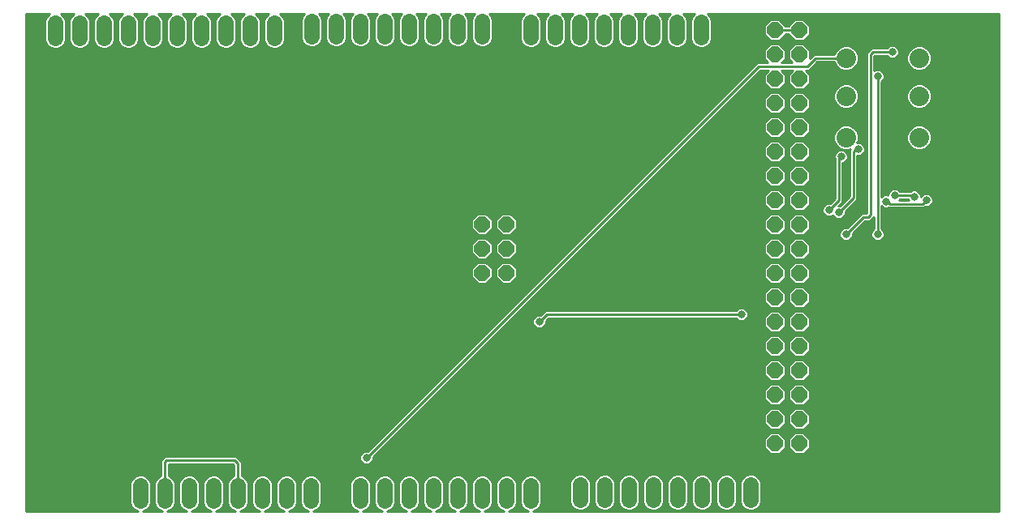
<source format=gbl>
G75*
%MOIN*%
%OFA0B0*%
%FSLAX25Y25*%
%IPPOS*%
%LPD*%
%AMOC8*
5,1,8,0,0,1.08239X$1,22.5*
%
%ADD10C,0.06400*%
%ADD11OC8,0.06400*%
%ADD12C,0.08000*%
%ADD13C,0.03200*%
%ADD14C,0.01000*%
D10*
X0050689Y0007786D02*
X0050689Y0014186D01*
X0060689Y0014186D02*
X0060689Y0007786D01*
X0070689Y0007786D02*
X0070689Y0014186D01*
X0080689Y0014186D02*
X0080689Y0007786D01*
X0090689Y0007786D02*
X0090689Y0014186D01*
X0100689Y0014186D02*
X0100689Y0007786D01*
X0110689Y0007786D02*
X0110689Y0014186D01*
X0120689Y0014186D02*
X0120689Y0007786D01*
X0141013Y0007786D02*
X0141013Y0014186D01*
X0151013Y0014186D02*
X0151013Y0007786D01*
X0161013Y0007786D02*
X0161013Y0014186D01*
X0171013Y0014186D02*
X0171013Y0007786D01*
X0181013Y0007786D02*
X0181013Y0014186D01*
X0191013Y0014186D02*
X0191013Y0007786D01*
X0201013Y0007786D02*
X0201013Y0014186D01*
X0211013Y0014186D02*
X0211013Y0007786D01*
X0231337Y0008119D02*
X0231337Y0014519D01*
X0241337Y0014519D02*
X0241337Y0008119D01*
X0251337Y0008119D02*
X0251337Y0014519D01*
X0261337Y0014519D02*
X0261337Y0008119D01*
X0271337Y0008119D02*
X0271337Y0014519D01*
X0281337Y0014519D02*
X0281337Y0008119D01*
X0291337Y0008119D02*
X0291337Y0014519D01*
X0301337Y0014519D02*
X0301337Y0008119D01*
X0281006Y0198434D02*
X0281006Y0204834D01*
X0271006Y0204834D02*
X0271006Y0198434D01*
X0261006Y0198434D02*
X0261006Y0204834D01*
X0251006Y0204834D02*
X0251006Y0198434D01*
X0241006Y0198434D02*
X0241006Y0204834D01*
X0231006Y0204834D02*
X0231006Y0198434D01*
X0221006Y0198434D02*
X0221006Y0204834D01*
X0211006Y0204834D02*
X0211006Y0198434D01*
X0191015Y0198767D02*
X0191015Y0205167D01*
X0181015Y0205167D02*
X0181015Y0198767D01*
X0171015Y0198767D02*
X0171015Y0205167D01*
X0161015Y0205167D02*
X0161015Y0198767D01*
X0151015Y0198767D02*
X0151015Y0205167D01*
X0141015Y0205167D02*
X0141015Y0198767D01*
X0131015Y0198767D02*
X0131015Y0205167D01*
X0121015Y0205167D02*
X0121015Y0198767D01*
X0105691Y0198100D02*
X0105691Y0204500D01*
X0095691Y0204500D02*
X0095691Y0198100D01*
X0085691Y0198100D02*
X0085691Y0204500D01*
X0075691Y0204500D02*
X0075691Y0198100D01*
X0065691Y0198100D02*
X0065691Y0204500D01*
X0055691Y0204500D02*
X0055691Y0198100D01*
X0045691Y0198100D02*
X0045691Y0204500D01*
X0035691Y0204500D02*
X0035691Y0198100D01*
X0025691Y0198100D02*
X0025691Y0204500D01*
X0015691Y0204500D02*
X0015691Y0198100D01*
D11*
X0191011Y0121643D03*
X0201011Y0121643D03*
X0201011Y0111643D03*
X0191011Y0111643D03*
X0191011Y0101643D03*
X0201011Y0101643D03*
X0311200Y0101439D03*
X0321200Y0101439D03*
X0321200Y0091439D03*
X0311200Y0091439D03*
X0311200Y0081439D03*
X0321200Y0081439D03*
X0321200Y0071439D03*
X0311200Y0071439D03*
X0311200Y0061439D03*
X0321200Y0061439D03*
X0321200Y0051439D03*
X0311200Y0051439D03*
X0311200Y0041439D03*
X0321200Y0041439D03*
X0321200Y0031439D03*
X0311200Y0031439D03*
X0311200Y0111439D03*
X0321200Y0111439D03*
X0321200Y0121439D03*
X0311200Y0121439D03*
X0311200Y0131439D03*
X0321200Y0131439D03*
X0321200Y0141439D03*
X0311200Y0141439D03*
X0311200Y0151439D03*
X0321200Y0151439D03*
X0321200Y0161439D03*
X0311200Y0161439D03*
X0311200Y0171439D03*
X0321200Y0171439D03*
X0321200Y0181439D03*
X0311200Y0181439D03*
X0311200Y0191439D03*
X0321200Y0191439D03*
X0321200Y0201439D03*
X0311200Y0201439D03*
D12*
X0340539Y0189965D03*
X0340524Y0174311D03*
X0340492Y0157327D03*
X0370492Y0157327D03*
X0370524Y0174311D03*
X0370539Y0189965D03*
D13*
X0359500Y0192500D03*
X0353500Y0182500D03*
X0345500Y0152500D03*
X0338500Y0149500D03*
X0360500Y0133500D03*
X0357000Y0131000D03*
X0368500Y0133000D03*
X0373500Y0131500D03*
X0353500Y0117500D03*
X0340500Y0117500D03*
X0337500Y0126500D03*
X0333500Y0127500D03*
X0297500Y0084500D03*
X0214500Y0081500D03*
X0143500Y0025500D03*
D14*
X0003500Y0003500D02*
X0003500Y0208161D01*
X0013293Y0208161D01*
X0013255Y0208146D01*
X0012046Y0206936D01*
X0011391Y0205356D01*
X0011391Y0197245D01*
X0012046Y0195665D01*
X0013255Y0194455D01*
X0014836Y0193800D01*
X0016547Y0193800D01*
X0018127Y0194455D01*
X0019337Y0195665D01*
X0019991Y0197245D01*
X0019991Y0205356D01*
X0019337Y0206936D01*
X0018127Y0208146D01*
X0018089Y0208161D01*
X0023293Y0208161D01*
X0023255Y0208146D01*
X0022046Y0206936D01*
X0021391Y0205356D01*
X0021391Y0197245D01*
X0022046Y0195665D01*
X0023255Y0194455D01*
X0024836Y0193800D01*
X0026547Y0193800D01*
X0028127Y0194455D01*
X0029337Y0195665D01*
X0029991Y0197245D01*
X0029991Y0205356D01*
X0029337Y0206936D01*
X0028127Y0208146D01*
X0028089Y0208161D01*
X0033293Y0208161D01*
X0033255Y0208146D01*
X0032046Y0206936D01*
X0031391Y0205356D01*
X0031391Y0197245D01*
X0032046Y0195665D01*
X0033255Y0194455D01*
X0034836Y0193800D01*
X0036547Y0193800D01*
X0038127Y0194455D01*
X0039337Y0195665D01*
X0039991Y0197245D01*
X0039991Y0205356D01*
X0039337Y0206936D01*
X0038127Y0208146D01*
X0038089Y0208161D01*
X0043293Y0208161D01*
X0043255Y0208146D01*
X0042046Y0206936D01*
X0041391Y0205356D01*
X0041391Y0197245D01*
X0042046Y0195665D01*
X0043255Y0194455D01*
X0044836Y0193800D01*
X0046547Y0193800D01*
X0048127Y0194455D01*
X0049337Y0195665D01*
X0049991Y0197245D01*
X0049991Y0205356D01*
X0049337Y0206936D01*
X0048127Y0208146D01*
X0048089Y0208161D01*
X0053293Y0208161D01*
X0053255Y0208146D01*
X0052046Y0206936D01*
X0051391Y0205356D01*
X0051391Y0197245D01*
X0052046Y0195665D01*
X0053255Y0194455D01*
X0054836Y0193800D01*
X0056547Y0193800D01*
X0058127Y0194455D01*
X0059337Y0195665D01*
X0059991Y0197245D01*
X0059991Y0205356D01*
X0059337Y0206936D01*
X0058127Y0208146D01*
X0058089Y0208161D01*
X0063293Y0208161D01*
X0063255Y0208146D01*
X0062046Y0206936D01*
X0061391Y0205356D01*
X0061391Y0197245D01*
X0062046Y0195665D01*
X0063255Y0194455D01*
X0064836Y0193800D01*
X0066547Y0193800D01*
X0068127Y0194455D01*
X0069337Y0195665D01*
X0069991Y0197245D01*
X0069991Y0205356D01*
X0069337Y0206936D01*
X0068127Y0208146D01*
X0068089Y0208161D01*
X0073293Y0208161D01*
X0073255Y0208146D01*
X0072046Y0206936D01*
X0071391Y0205356D01*
X0071391Y0197245D01*
X0072046Y0195665D01*
X0073255Y0194455D01*
X0074836Y0193800D01*
X0076547Y0193800D01*
X0078127Y0194455D01*
X0079337Y0195665D01*
X0079991Y0197245D01*
X0079991Y0205356D01*
X0079337Y0206936D01*
X0078127Y0208146D01*
X0078089Y0208161D01*
X0083293Y0208161D01*
X0083255Y0208146D01*
X0082046Y0206936D01*
X0081391Y0205356D01*
X0081391Y0197245D01*
X0082046Y0195665D01*
X0083255Y0194455D01*
X0084836Y0193800D01*
X0086547Y0193800D01*
X0088127Y0194455D01*
X0089337Y0195665D01*
X0089991Y0197245D01*
X0089991Y0205356D01*
X0089337Y0206936D01*
X0088127Y0208146D01*
X0088089Y0208161D01*
X0093293Y0208161D01*
X0093255Y0208146D01*
X0092046Y0206936D01*
X0091391Y0205356D01*
X0091391Y0197245D01*
X0092046Y0195665D01*
X0093255Y0194455D01*
X0094836Y0193800D01*
X0096547Y0193800D01*
X0098127Y0194455D01*
X0099337Y0195665D01*
X0099991Y0197245D01*
X0099991Y0205356D01*
X0099337Y0206936D01*
X0098127Y0208146D01*
X0098089Y0208161D01*
X0103293Y0208161D01*
X0103255Y0208146D01*
X0102046Y0206936D01*
X0101391Y0205356D01*
X0101391Y0197245D01*
X0102046Y0195665D01*
X0103255Y0194455D01*
X0104836Y0193800D01*
X0106547Y0193800D01*
X0108127Y0194455D01*
X0109337Y0195665D01*
X0109991Y0197245D01*
X0109991Y0205356D01*
X0109337Y0206936D01*
X0108127Y0208146D01*
X0108089Y0208161D01*
X0117928Y0208161D01*
X0117370Y0207603D01*
X0116715Y0206022D01*
X0116715Y0197912D01*
X0117370Y0196331D01*
X0118579Y0195122D01*
X0120160Y0194467D01*
X0121870Y0194467D01*
X0123451Y0195122D01*
X0124660Y0196331D01*
X0125315Y0197912D01*
X0125315Y0206022D01*
X0124660Y0207603D01*
X0124102Y0208161D01*
X0127928Y0208161D01*
X0127370Y0207603D01*
X0126715Y0206022D01*
X0126715Y0197912D01*
X0127370Y0196331D01*
X0128579Y0195122D01*
X0130160Y0194467D01*
X0131870Y0194467D01*
X0133451Y0195122D01*
X0134660Y0196331D01*
X0135315Y0197912D01*
X0135315Y0206022D01*
X0134660Y0207603D01*
X0134102Y0208161D01*
X0137928Y0208161D01*
X0137370Y0207603D01*
X0136715Y0206022D01*
X0136715Y0197912D01*
X0137370Y0196331D01*
X0138579Y0195122D01*
X0140160Y0194467D01*
X0141870Y0194467D01*
X0143451Y0195122D01*
X0144660Y0196331D01*
X0145315Y0197912D01*
X0145315Y0206022D01*
X0144660Y0207603D01*
X0144102Y0208161D01*
X0147928Y0208161D01*
X0147370Y0207603D01*
X0146715Y0206022D01*
X0146715Y0197912D01*
X0147370Y0196331D01*
X0148579Y0195122D01*
X0150160Y0194467D01*
X0151870Y0194467D01*
X0153451Y0195122D01*
X0154660Y0196331D01*
X0155315Y0197912D01*
X0155315Y0206022D01*
X0154660Y0207603D01*
X0154102Y0208161D01*
X0157928Y0208161D01*
X0157370Y0207603D01*
X0156715Y0206022D01*
X0156715Y0197912D01*
X0157370Y0196331D01*
X0158579Y0195122D01*
X0160160Y0194467D01*
X0161870Y0194467D01*
X0163451Y0195122D01*
X0164660Y0196331D01*
X0165315Y0197912D01*
X0165315Y0206022D01*
X0164660Y0207603D01*
X0164102Y0208161D01*
X0167928Y0208161D01*
X0167370Y0207603D01*
X0166715Y0206022D01*
X0166715Y0197912D01*
X0167370Y0196331D01*
X0168579Y0195122D01*
X0170160Y0194467D01*
X0171870Y0194467D01*
X0173451Y0195122D01*
X0174660Y0196331D01*
X0175315Y0197912D01*
X0175315Y0206022D01*
X0174660Y0207603D01*
X0174102Y0208161D01*
X0177928Y0208161D01*
X0177370Y0207603D01*
X0176715Y0206022D01*
X0176715Y0197912D01*
X0177370Y0196331D01*
X0178579Y0195122D01*
X0180160Y0194467D01*
X0181870Y0194467D01*
X0183451Y0195122D01*
X0184660Y0196331D01*
X0185315Y0197912D01*
X0185315Y0206022D01*
X0184660Y0207603D01*
X0184102Y0208161D01*
X0187928Y0208161D01*
X0187370Y0207603D01*
X0186715Y0206022D01*
X0186715Y0197912D01*
X0187370Y0196331D01*
X0188579Y0195122D01*
X0190160Y0194467D01*
X0191870Y0194467D01*
X0193451Y0195122D01*
X0194660Y0196331D01*
X0195315Y0197912D01*
X0195315Y0206022D01*
X0194660Y0207603D01*
X0194102Y0208161D01*
X0208253Y0208161D01*
X0207361Y0207269D01*
X0206706Y0205689D01*
X0206706Y0197578D01*
X0207361Y0195998D01*
X0208570Y0194788D01*
X0210151Y0194134D01*
X0211861Y0194134D01*
X0213442Y0194788D01*
X0214651Y0195998D01*
X0215306Y0197578D01*
X0215306Y0205689D01*
X0214651Y0207269D01*
X0213759Y0208161D01*
X0218253Y0208161D01*
X0217361Y0207269D01*
X0216706Y0205689D01*
X0216706Y0197578D01*
X0217361Y0195998D01*
X0218570Y0194788D01*
X0220151Y0194134D01*
X0221861Y0194134D01*
X0223442Y0194788D01*
X0224651Y0195998D01*
X0225306Y0197578D01*
X0225306Y0205689D01*
X0224651Y0207269D01*
X0223759Y0208161D01*
X0228253Y0208161D01*
X0227361Y0207269D01*
X0226706Y0205689D01*
X0226706Y0197578D01*
X0227361Y0195998D01*
X0228570Y0194788D01*
X0230151Y0194134D01*
X0231861Y0194134D01*
X0233442Y0194788D01*
X0234651Y0195998D01*
X0235306Y0197578D01*
X0235306Y0205689D01*
X0234651Y0207269D01*
X0233759Y0208161D01*
X0238253Y0208161D01*
X0237361Y0207269D01*
X0236706Y0205689D01*
X0236706Y0197578D01*
X0237361Y0195998D01*
X0238570Y0194788D01*
X0240151Y0194134D01*
X0241861Y0194134D01*
X0243442Y0194788D01*
X0244651Y0195998D01*
X0245306Y0197578D01*
X0245306Y0205689D01*
X0244651Y0207269D01*
X0243759Y0208161D01*
X0248253Y0208161D01*
X0247361Y0207269D01*
X0246706Y0205689D01*
X0246706Y0197578D01*
X0247361Y0195998D01*
X0248570Y0194788D01*
X0250151Y0194134D01*
X0251861Y0194134D01*
X0253442Y0194788D01*
X0254651Y0195998D01*
X0255306Y0197578D01*
X0255306Y0205689D01*
X0254651Y0207269D01*
X0253759Y0208161D01*
X0258253Y0208161D01*
X0257361Y0207269D01*
X0256706Y0205689D01*
X0256706Y0197578D01*
X0257361Y0195998D01*
X0258570Y0194788D01*
X0260151Y0194134D01*
X0261861Y0194134D01*
X0263442Y0194788D01*
X0264651Y0195998D01*
X0265306Y0197578D01*
X0265306Y0205689D01*
X0264651Y0207269D01*
X0263759Y0208161D01*
X0268253Y0208161D01*
X0267361Y0207269D01*
X0266706Y0205689D01*
X0266706Y0197578D01*
X0267361Y0195998D01*
X0268570Y0194788D01*
X0270151Y0194134D01*
X0271861Y0194134D01*
X0273442Y0194788D01*
X0274651Y0195998D01*
X0275306Y0197578D01*
X0275306Y0205689D01*
X0274651Y0207269D01*
X0273759Y0208161D01*
X0278253Y0208161D01*
X0277361Y0207269D01*
X0276706Y0205689D01*
X0276706Y0197578D01*
X0277361Y0195998D01*
X0278570Y0194788D01*
X0280151Y0194134D01*
X0281861Y0194134D01*
X0283442Y0194788D01*
X0284651Y0195998D01*
X0285306Y0197578D01*
X0285306Y0205689D01*
X0284651Y0207269D01*
X0283759Y0208161D01*
X0403201Y0208161D01*
X0403201Y0003500D01*
X0211902Y0003500D01*
X0213449Y0004141D01*
X0214658Y0005350D01*
X0215313Y0006931D01*
X0215313Y0015041D01*
X0214658Y0016622D01*
X0213449Y0017831D01*
X0211868Y0018486D01*
X0210158Y0018486D01*
X0208577Y0017831D01*
X0207368Y0016622D01*
X0206713Y0015041D01*
X0206713Y0006931D01*
X0207368Y0005350D01*
X0208577Y0004141D01*
X0210124Y0003500D01*
X0201902Y0003500D01*
X0203449Y0004141D01*
X0204658Y0005350D01*
X0205313Y0006931D01*
X0205313Y0015041D01*
X0204658Y0016622D01*
X0203449Y0017831D01*
X0201868Y0018486D01*
X0200158Y0018486D01*
X0198577Y0017831D01*
X0197368Y0016622D01*
X0196713Y0015041D01*
X0196713Y0006931D01*
X0197368Y0005350D01*
X0198577Y0004141D01*
X0200124Y0003500D01*
X0191902Y0003500D01*
X0193449Y0004141D01*
X0194658Y0005350D01*
X0195313Y0006931D01*
X0195313Y0015041D01*
X0194658Y0016622D01*
X0193449Y0017831D01*
X0191868Y0018486D01*
X0190158Y0018486D01*
X0188577Y0017831D01*
X0187368Y0016622D01*
X0186713Y0015041D01*
X0186713Y0006931D01*
X0187368Y0005350D01*
X0188577Y0004141D01*
X0190124Y0003500D01*
X0181902Y0003500D01*
X0183449Y0004141D01*
X0184658Y0005350D01*
X0185313Y0006931D01*
X0185313Y0015041D01*
X0184658Y0016622D01*
X0183449Y0017831D01*
X0181868Y0018486D01*
X0180158Y0018486D01*
X0178577Y0017831D01*
X0177368Y0016622D01*
X0176713Y0015041D01*
X0176713Y0006931D01*
X0177368Y0005350D01*
X0178577Y0004141D01*
X0180124Y0003500D01*
X0171902Y0003500D01*
X0173449Y0004141D01*
X0174658Y0005350D01*
X0175313Y0006931D01*
X0175313Y0015041D01*
X0174658Y0016622D01*
X0173449Y0017831D01*
X0171868Y0018486D01*
X0170158Y0018486D01*
X0168577Y0017831D01*
X0167368Y0016622D01*
X0166713Y0015041D01*
X0166713Y0006931D01*
X0167368Y0005350D01*
X0168577Y0004141D01*
X0170124Y0003500D01*
X0161902Y0003500D01*
X0163449Y0004141D01*
X0164658Y0005350D01*
X0165313Y0006931D01*
X0165313Y0015041D01*
X0164658Y0016622D01*
X0163449Y0017831D01*
X0161868Y0018486D01*
X0160158Y0018486D01*
X0158577Y0017831D01*
X0157368Y0016622D01*
X0156713Y0015041D01*
X0156713Y0006931D01*
X0157368Y0005350D01*
X0158577Y0004141D01*
X0160124Y0003500D01*
X0151902Y0003500D01*
X0153449Y0004141D01*
X0154658Y0005350D01*
X0155313Y0006931D01*
X0155313Y0015041D01*
X0154658Y0016622D01*
X0153449Y0017831D01*
X0151868Y0018486D01*
X0150158Y0018486D01*
X0148577Y0017831D01*
X0147368Y0016622D01*
X0146713Y0015041D01*
X0146713Y0006931D01*
X0147368Y0005350D01*
X0148577Y0004141D01*
X0150124Y0003500D01*
X0141902Y0003500D01*
X0143449Y0004141D01*
X0144658Y0005350D01*
X0145313Y0006931D01*
X0145313Y0015041D01*
X0144658Y0016622D01*
X0143449Y0017831D01*
X0141868Y0018486D01*
X0140158Y0018486D01*
X0138577Y0017831D01*
X0137368Y0016622D01*
X0136713Y0015041D01*
X0136713Y0006931D01*
X0137368Y0005350D01*
X0138577Y0004141D01*
X0140124Y0003500D01*
X0121578Y0003500D01*
X0123124Y0004141D01*
X0124334Y0005350D01*
X0124989Y0006931D01*
X0124989Y0015041D01*
X0124334Y0016622D01*
X0123124Y0017831D01*
X0121544Y0018486D01*
X0119833Y0018486D01*
X0118253Y0017831D01*
X0117043Y0016622D01*
X0116389Y0015041D01*
X0116389Y0006931D01*
X0117043Y0005350D01*
X0118253Y0004141D01*
X0119800Y0003500D01*
X0111578Y0003500D01*
X0113124Y0004141D01*
X0114334Y0005350D01*
X0114989Y0006931D01*
X0114989Y0015041D01*
X0114334Y0016622D01*
X0113124Y0017831D01*
X0111544Y0018486D01*
X0109833Y0018486D01*
X0108253Y0017831D01*
X0107043Y0016622D01*
X0106389Y0015041D01*
X0106389Y0006931D01*
X0107043Y0005350D01*
X0108253Y0004141D01*
X0109800Y0003500D01*
X0101578Y0003500D01*
X0103124Y0004141D01*
X0104334Y0005350D01*
X0104989Y0006931D01*
X0104989Y0015041D01*
X0104334Y0016622D01*
X0103124Y0017831D01*
X0101544Y0018486D01*
X0099833Y0018486D01*
X0098253Y0017831D01*
X0097043Y0016622D01*
X0096389Y0015041D01*
X0096389Y0006931D01*
X0097043Y0005350D01*
X0098253Y0004141D01*
X0099800Y0003500D01*
X0091578Y0003500D01*
X0093124Y0004141D01*
X0094334Y0005350D01*
X0094989Y0006931D01*
X0094989Y0015041D01*
X0094334Y0016622D01*
X0093124Y0017831D01*
X0092289Y0018178D01*
X0092289Y0023874D01*
X0091351Y0024811D01*
X0090063Y0026100D01*
X0060737Y0026100D01*
X0059800Y0025163D01*
X0059000Y0024363D01*
X0059000Y0018141D01*
X0058253Y0017831D01*
X0057043Y0016622D01*
X0056389Y0015041D01*
X0056389Y0006931D01*
X0057043Y0005350D01*
X0058253Y0004141D01*
X0059800Y0003500D01*
X0051578Y0003500D01*
X0053124Y0004141D01*
X0054334Y0005350D01*
X0054989Y0006931D01*
X0054989Y0015041D01*
X0054334Y0016622D01*
X0053124Y0017831D01*
X0051544Y0018486D01*
X0049833Y0018486D01*
X0048253Y0017831D01*
X0047043Y0016622D01*
X0046389Y0015041D01*
X0046389Y0006931D01*
X0047043Y0005350D01*
X0048253Y0004141D01*
X0049800Y0003500D01*
X0003500Y0003500D01*
X0003500Y0004496D02*
X0047898Y0004496D01*
X0046984Y0005494D02*
X0003500Y0005494D01*
X0003500Y0006493D02*
X0046570Y0006493D01*
X0046389Y0007491D02*
X0003500Y0007491D01*
X0003500Y0008490D02*
X0046389Y0008490D01*
X0046389Y0009488D02*
X0003500Y0009488D01*
X0003500Y0010487D02*
X0046389Y0010487D01*
X0046389Y0011485D02*
X0003500Y0011485D01*
X0003500Y0012484D02*
X0046389Y0012484D01*
X0046389Y0013482D02*
X0003500Y0013482D01*
X0003500Y0014481D02*
X0046389Y0014481D01*
X0046570Y0015479D02*
X0003500Y0015479D01*
X0003500Y0016478D02*
X0046984Y0016478D01*
X0047898Y0017476D02*
X0003500Y0017476D01*
X0003500Y0018475D02*
X0049806Y0018475D01*
X0051571Y0018475D02*
X0059000Y0018475D01*
X0059000Y0019473D02*
X0003500Y0019473D01*
X0003500Y0020472D02*
X0059000Y0020472D01*
X0059000Y0021470D02*
X0003500Y0021470D01*
X0003500Y0022469D02*
X0059000Y0022469D01*
X0059000Y0023467D02*
X0003500Y0023467D01*
X0003500Y0024466D02*
X0059103Y0024466D01*
X0060102Y0025464D02*
X0003500Y0025464D01*
X0003500Y0026463D02*
X0140976Y0026463D01*
X0140800Y0026037D02*
X0140800Y0024963D01*
X0141211Y0023971D01*
X0141971Y0023211D01*
X0142963Y0022800D01*
X0144037Y0022800D01*
X0145029Y0023211D01*
X0145789Y0023971D01*
X0146200Y0024963D01*
X0146200Y0025937D01*
X0305163Y0184900D01*
X0308580Y0184900D01*
X0306900Y0183220D01*
X0306900Y0179658D01*
X0309419Y0177139D01*
X0312982Y0177139D01*
X0315500Y0179658D01*
X0315500Y0183220D01*
X0313821Y0184900D01*
X0318580Y0184900D01*
X0316900Y0183220D01*
X0316900Y0179658D01*
X0319419Y0177139D01*
X0322982Y0177139D01*
X0325500Y0179658D01*
X0325500Y0183220D01*
X0323821Y0184900D01*
X0325163Y0184900D01*
X0328627Y0188365D01*
X0335682Y0188365D01*
X0336216Y0187076D01*
X0337650Y0185641D01*
X0339525Y0184865D01*
X0341554Y0184865D01*
X0343428Y0185641D01*
X0344863Y0187076D01*
X0345639Y0188950D01*
X0345639Y0190979D01*
X0344863Y0192853D01*
X0343428Y0194288D01*
X0341554Y0195065D01*
X0339525Y0195065D01*
X0337650Y0194288D01*
X0336216Y0192853D01*
X0335682Y0191565D01*
X0327302Y0191565D01*
X0326365Y0190627D01*
X0325500Y0189763D01*
X0325500Y0193220D01*
X0322982Y0195739D01*
X0319419Y0195739D01*
X0316900Y0193220D01*
X0316900Y0189658D01*
X0318458Y0188100D01*
X0313943Y0188100D01*
X0315500Y0189658D01*
X0315500Y0193220D01*
X0312982Y0195739D01*
X0309419Y0195739D01*
X0306900Y0193220D01*
X0306900Y0189658D01*
X0308458Y0188100D01*
X0303837Y0188100D01*
X0302900Y0187163D01*
X0302900Y0187163D01*
X0143937Y0028200D01*
X0142963Y0028200D01*
X0141971Y0027789D01*
X0141211Y0027029D01*
X0140800Y0026037D01*
X0140800Y0025464D02*
X0090698Y0025464D01*
X0091697Y0024466D02*
X0141006Y0024466D01*
X0141714Y0023467D02*
X0092289Y0023467D01*
X0092289Y0022469D02*
X0403201Y0022469D01*
X0403201Y0023467D02*
X0145286Y0023467D01*
X0145994Y0024466D02*
X0403201Y0024466D01*
X0403201Y0025464D02*
X0146200Y0025464D01*
X0146726Y0026463D02*
X0403201Y0026463D01*
X0403201Y0027461D02*
X0323304Y0027461D01*
X0322982Y0027139D02*
X0325500Y0029658D01*
X0325500Y0033220D01*
X0322982Y0035739D01*
X0319419Y0035739D01*
X0316900Y0033220D01*
X0316900Y0029658D01*
X0319419Y0027139D01*
X0322982Y0027139D01*
X0324302Y0028460D02*
X0403201Y0028460D01*
X0403201Y0029458D02*
X0325301Y0029458D01*
X0325500Y0030457D02*
X0403201Y0030457D01*
X0403201Y0031455D02*
X0325500Y0031455D01*
X0325500Y0032454D02*
X0403201Y0032454D01*
X0403201Y0033452D02*
X0325268Y0033452D01*
X0324270Y0034451D02*
X0403201Y0034451D01*
X0403201Y0035449D02*
X0323271Y0035449D01*
X0322982Y0037139D02*
X0319419Y0037139D01*
X0316900Y0039658D01*
X0316900Y0043220D01*
X0319419Y0045739D01*
X0322982Y0045739D01*
X0325500Y0043220D01*
X0325500Y0039658D01*
X0322982Y0037139D01*
X0323289Y0037446D02*
X0403201Y0037446D01*
X0403201Y0036448D02*
X0156711Y0036448D01*
X0157709Y0037446D02*
X0309112Y0037446D01*
X0309419Y0037139D02*
X0306900Y0039658D01*
X0306900Y0043220D01*
X0309419Y0045739D01*
X0312982Y0045739D01*
X0315500Y0043220D01*
X0315500Y0039658D01*
X0312982Y0037139D01*
X0309419Y0037139D01*
X0309419Y0035739D02*
X0306900Y0033220D01*
X0306900Y0029658D01*
X0309419Y0027139D01*
X0312982Y0027139D01*
X0315500Y0029658D01*
X0315500Y0033220D01*
X0312982Y0035739D01*
X0309419Y0035739D01*
X0309130Y0035449D02*
X0155712Y0035449D01*
X0154714Y0034451D02*
X0308131Y0034451D01*
X0307133Y0033452D02*
X0153715Y0033452D01*
X0152717Y0032454D02*
X0306900Y0032454D01*
X0306900Y0031455D02*
X0151718Y0031455D01*
X0150720Y0030457D02*
X0306900Y0030457D01*
X0307100Y0029458D02*
X0149721Y0029458D01*
X0148723Y0028460D02*
X0308099Y0028460D01*
X0309097Y0027461D02*
X0147724Y0027461D01*
X0145196Y0029458D02*
X0003500Y0029458D01*
X0003500Y0028460D02*
X0144197Y0028460D01*
X0141643Y0027461D02*
X0003500Y0027461D01*
X0003500Y0030457D02*
X0146194Y0030457D01*
X0147193Y0031455D02*
X0003500Y0031455D01*
X0003500Y0032454D02*
X0148191Y0032454D01*
X0149190Y0033452D02*
X0003500Y0033452D01*
X0003500Y0034451D02*
X0150188Y0034451D01*
X0151187Y0035449D02*
X0003500Y0035449D01*
X0003500Y0036448D02*
X0152185Y0036448D01*
X0153184Y0037446D02*
X0003500Y0037446D01*
X0003500Y0038445D02*
X0154182Y0038445D01*
X0155181Y0039443D02*
X0003500Y0039443D01*
X0003500Y0040442D02*
X0156179Y0040442D01*
X0157178Y0041440D02*
X0003500Y0041440D01*
X0003500Y0042439D02*
X0158176Y0042439D01*
X0159175Y0043437D02*
X0003500Y0043437D01*
X0003500Y0044436D02*
X0160173Y0044436D01*
X0161172Y0045434D02*
X0003500Y0045434D01*
X0003500Y0046433D02*
X0162170Y0046433D01*
X0163169Y0047432D02*
X0003500Y0047432D01*
X0003500Y0048430D02*
X0164167Y0048430D01*
X0165166Y0049429D02*
X0003500Y0049429D01*
X0003500Y0050427D02*
X0166164Y0050427D01*
X0167163Y0051426D02*
X0003500Y0051426D01*
X0003500Y0052424D02*
X0168161Y0052424D01*
X0169160Y0053423D02*
X0003500Y0053423D01*
X0003500Y0054421D02*
X0170158Y0054421D01*
X0171157Y0055420D02*
X0003500Y0055420D01*
X0003500Y0056418D02*
X0172155Y0056418D01*
X0173154Y0057417D02*
X0003500Y0057417D01*
X0003500Y0058415D02*
X0174152Y0058415D01*
X0175151Y0059414D02*
X0003500Y0059414D01*
X0003500Y0060412D02*
X0176149Y0060412D01*
X0177148Y0061411D02*
X0003500Y0061411D01*
X0003500Y0062409D02*
X0178146Y0062409D01*
X0179145Y0063408D02*
X0003500Y0063408D01*
X0003500Y0064406D02*
X0180143Y0064406D01*
X0181142Y0065405D02*
X0003500Y0065405D01*
X0003500Y0066403D02*
X0182141Y0066403D01*
X0183139Y0067402D02*
X0003500Y0067402D01*
X0003500Y0068400D02*
X0184138Y0068400D01*
X0185136Y0069399D02*
X0003500Y0069399D01*
X0003500Y0070397D02*
X0186135Y0070397D01*
X0187133Y0071396D02*
X0003500Y0071396D01*
X0003500Y0072394D02*
X0188132Y0072394D01*
X0189130Y0073393D02*
X0003500Y0073393D01*
X0003500Y0074391D02*
X0190129Y0074391D01*
X0191127Y0075390D02*
X0003500Y0075390D01*
X0003500Y0076388D02*
X0192126Y0076388D01*
X0193124Y0077387D02*
X0003500Y0077387D01*
X0003500Y0078385D02*
X0194123Y0078385D01*
X0195121Y0079384D02*
X0003500Y0079384D01*
X0003500Y0080382D02*
X0196120Y0080382D01*
X0197118Y0081381D02*
X0003500Y0081381D01*
X0003500Y0082379D02*
X0198117Y0082379D01*
X0199115Y0083378D02*
X0003500Y0083378D01*
X0003500Y0084376D02*
X0200114Y0084376D01*
X0201112Y0085375D02*
X0003500Y0085375D01*
X0003500Y0086373D02*
X0202111Y0086373D01*
X0203109Y0087372D02*
X0003500Y0087372D01*
X0003500Y0088370D02*
X0204108Y0088370D01*
X0205106Y0089369D02*
X0003500Y0089369D01*
X0003500Y0090368D02*
X0206105Y0090368D01*
X0207103Y0091366D02*
X0003500Y0091366D01*
X0003500Y0092365D02*
X0208102Y0092365D01*
X0209100Y0093363D02*
X0003500Y0093363D01*
X0003500Y0094362D02*
X0210099Y0094362D01*
X0211097Y0095360D02*
X0003500Y0095360D01*
X0003500Y0096359D02*
X0212096Y0096359D01*
X0213094Y0097357D02*
X0202807Y0097357D01*
X0202792Y0097343D02*
X0205311Y0099862D01*
X0205311Y0103424D01*
X0202792Y0105943D01*
X0199230Y0105943D01*
X0196711Y0103424D01*
X0196711Y0099862D01*
X0199230Y0097343D01*
X0202792Y0097343D01*
X0203805Y0098356D02*
X0214093Y0098356D01*
X0215091Y0099354D02*
X0204804Y0099354D01*
X0205311Y0100353D02*
X0216090Y0100353D01*
X0217088Y0101351D02*
X0205311Y0101351D01*
X0205311Y0102350D02*
X0218087Y0102350D01*
X0219085Y0103348D02*
X0205311Y0103348D01*
X0204388Y0104347D02*
X0220084Y0104347D01*
X0221082Y0105345D02*
X0203390Y0105345D01*
X0202792Y0107343D02*
X0199230Y0107343D01*
X0196711Y0109862D01*
X0196711Y0113424D01*
X0199230Y0115943D01*
X0202792Y0115943D01*
X0205311Y0113424D01*
X0205311Y0109862D01*
X0202792Y0107343D01*
X0203790Y0108341D02*
X0224078Y0108341D01*
X0225077Y0109339D02*
X0204789Y0109339D01*
X0205311Y0110338D02*
X0226075Y0110338D01*
X0227074Y0111336D02*
X0205311Y0111336D01*
X0205311Y0112335D02*
X0228072Y0112335D01*
X0229071Y0113333D02*
X0205311Y0113333D01*
X0204403Y0114332D02*
X0230069Y0114332D01*
X0231068Y0115330D02*
X0203405Y0115330D01*
X0202792Y0117343D02*
X0199230Y0117343D01*
X0196711Y0119862D01*
X0196711Y0123424D01*
X0199230Y0125943D01*
X0202792Y0125943D01*
X0205311Y0123424D01*
X0205311Y0119862D01*
X0202792Y0117343D01*
X0203775Y0118326D02*
X0234063Y0118326D01*
X0235062Y0119324D02*
X0204774Y0119324D01*
X0205311Y0120323D02*
X0236060Y0120323D01*
X0237059Y0121321D02*
X0205311Y0121321D01*
X0205311Y0122320D02*
X0238057Y0122320D01*
X0239056Y0123318D02*
X0205311Y0123318D01*
X0204418Y0124317D02*
X0240054Y0124317D01*
X0241053Y0125315D02*
X0203419Y0125315D01*
X0198603Y0125315D02*
X0193419Y0125315D01*
X0192792Y0125943D02*
X0189230Y0125943D01*
X0186711Y0123424D01*
X0186711Y0119862D01*
X0189230Y0117343D01*
X0192792Y0117343D01*
X0195311Y0119862D01*
X0195311Y0123424D01*
X0192792Y0125943D01*
X0194418Y0124317D02*
X0197604Y0124317D01*
X0196711Y0123318D02*
X0195311Y0123318D01*
X0195311Y0122320D02*
X0196711Y0122320D01*
X0196711Y0121321D02*
X0195311Y0121321D01*
X0195311Y0120323D02*
X0196711Y0120323D01*
X0197248Y0119324D02*
X0194774Y0119324D01*
X0193775Y0118326D02*
X0198247Y0118326D01*
X0198618Y0115330D02*
X0193405Y0115330D01*
X0192792Y0115943D02*
X0189230Y0115943D01*
X0186711Y0113424D01*
X0186711Y0109862D01*
X0189230Y0107343D01*
X0192792Y0107343D01*
X0195311Y0109862D01*
X0195311Y0113424D01*
X0192792Y0115943D01*
X0194403Y0114332D02*
X0197619Y0114332D01*
X0196711Y0113333D02*
X0195311Y0113333D01*
X0195311Y0112335D02*
X0196711Y0112335D01*
X0196711Y0111336D02*
X0195311Y0111336D01*
X0195311Y0110338D02*
X0196711Y0110338D01*
X0197233Y0109339D02*
X0194789Y0109339D01*
X0193790Y0108341D02*
X0198232Y0108341D01*
X0198632Y0105345D02*
X0193390Y0105345D01*
X0192792Y0105943D02*
X0189230Y0105943D01*
X0186711Y0103424D01*
X0186711Y0099862D01*
X0189230Y0097343D01*
X0192792Y0097343D01*
X0195311Y0099862D01*
X0195311Y0103424D01*
X0192792Y0105943D01*
X0194388Y0104347D02*
X0197634Y0104347D01*
X0196711Y0103348D02*
X0195311Y0103348D01*
X0195311Y0102350D02*
X0196711Y0102350D01*
X0196711Y0101351D02*
X0195311Y0101351D01*
X0195311Y0100353D02*
X0196711Y0100353D01*
X0197218Y0099354D02*
X0194804Y0099354D01*
X0193805Y0098356D02*
X0198217Y0098356D01*
X0199216Y0097357D02*
X0192807Y0097357D01*
X0189216Y0097357D02*
X0003500Y0097357D01*
X0003500Y0098356D02*
X0188217Y0098356D01*
X0187218Y0099354D02*
X0003500Y0099354D01*
X0003500Y0100353D02*
X0186711Y0100353D01*
X0186711Y0101351D02*
X0003500Y0101351D01*
X0003500Y0102350D02*
X0186711Y0102350D01*
X0186711Y0103348D02*
X0003500Y0103348D01*
X0003500Y0104347D02*
X0187634Y0104347D01*
X0188632Y0105345D02*
X0003500Y0105345D01*
X0003500Y0106344D02*
X0222081Y0106344D01*
X0223079Y0107342D02*
X0003500Y0107342D01*
X0003500Y0108341D02*
X0188232Y0108341D01*
X0187233Y0109339D02*
X0003500Y0109339D01*
X0003500Y0110338D02*
X0186711Y0110338D01*
X0186711Y0111336D02*
X0003500Y0111336D01*
X0003500Y0112335D02*
X0186711Y0112335D01*
X0186711Y0113333D02*
X0003500Y0113333D01*
X0003500Y0114332D02*
X0187619Y0114332D01*
X0188618Y0115330D02*
X0003500Y0115330D01*
X0003500Y0116329D02*
X0232066Y0116329D01*
X0233065Y0117327D02*
X0003500Y0117327D01*
X0003500Y0118326D02*
X0188247Y0118326D01*
X0187248Y0119324D02*
X0003500Y0119324D01*
X0003500Y0120323D02*
X0186711Y0120323D01*
X0186711Y0121321D02*
X0003500Y0121321D01*
X0003500Y0122320D02*
X0186711Y0122320D01*
X0186711Y0123318D02*
X0003500Y0123318D01*
X0003500Y0124317D02*
X0187604Y0124317D01*
X0188603Y0125315D02*
X0003500Y0125315D01*
X0003500Y0126314D02*
X0242051Y0126314D01*
X0243050Y0127312D02*
X0003500Y0127312D01*
X0003500Y0128311D02*
X0244048Y0128311D01*
X0245047Y0129309D02*
X0003500Y0129309D01*
X0003500Y0130308D02*
X0246045Y0130308D01*
X0247044Y0131306D02*
X0003500Y0131306D01*
X0003500Y0132305D02*
X0248042Y0132305D01*
X0249041Y0133303D02*
X0003500Y0133303D01*
X0003500Y0134302D02*
X0250039Y0134302D01*
X0251038Y0135301D02*
X0003500Y0135301D01*
X0003500Y0136299D02*
X0252036Y0136299D01*
X0253035Y0137298D02*
X0003500Y0137298D01*
X0003500Y0138296D02*
X0254033Y0138296D01*
X0255032Y0139295D02*
X0003500Y0139295D01*
X0003500Y0140293D02*
X0256030Y0140293D01*
X0257029Y0141292D02*
X0003500Y0141292D01*
X0003500Y0142290D02*
X0258027Y0142290D01*
X0259026Y0143289D02*
X0003500Y0143289D01*
X0003500Y0144287D02*
X0260024Y0144287D01*
X0261023Y0145286D02*
X0003500Y0145286D01*
X0003500Y0146284D02*
X0262021Y0146284D01*
X0263020Y0147283D02*
X0003500Y0147283D01*
X0003500Y0148281D02*
X0264018Y0148281D01*
X0265017Y0149280D02*
X0003500Y0149280D01*
X0003500Y0150278D02*
X0266015Y0150278D01*
X0267014Y0151277D02*
X0003500Y0151277D01*
X0003500Y0152275D02*
X0268012Y0152275D01*
X0269011Y0153274D02*
X0003500Y0153274D01*
X0003500Y0154272D02*
X0270010Y0154272D01*
X0271008Y0155271D02*
X0003500Y0155271D01*
X0003500Y0156269D02*
X0272007Y0156269D01*
X0273005Y0157268D02*
X0003500Y0157268D01*
X0003500Y0158266D02*
X0274004Y0158266D01*
X0275002Y0159265D02*
X0003500Y0159265D01*
X0003500Y0160263D02*
X0276001Y0160263D01*
X0276999Y0161262D02*
X0003500Y0161262D01*
X0003500Y0162260D02*
X0277998Y0162260D01*
X0278996Y0163259D02*
X0003500Y0163259D01*
X0003500Y0164257D02*
X0279995Y0164257D01*
X0280993Y0165256D02*
X0003500Y0165256D01*
X0003500Y0166254D02*
X0281992Y0166254D01*
X0282990Y0167253D02*
X0003500Y0167253D01*
X0003500Y0168251D02*
X0283989Y0168251D01*
X0284987Y0169250D02*
X0003500Y0169250D01*
X0003500Y0170248D02*
X0285986Y0170248D01*
X0286984Y0171247D02*
X0003500Y0171247D01*
X0003500Y0172245D02*
X0287983Y0172245D01*
X0288981Y0173244D02*
X0003500Y0173244D01*
X0003500Y0174242D02*
X0289980Y0174242D01*
X0290978Y0175241D02*
X0003500Y0175241D01*
X0003500Y0176239D02*
X0291977Y0176239D01*
X0292975Y0177238D02*
X0003500Y0177238D01*
X0003500Y0178237D02*
X0293974Y0178237D01*
X0294972Y0179235D02*
X0003500Y0179235D01*
X0003500Y0180234D02*
X0295971Y0180234D01*
X0296969Y0181232D02*
X0003500Y0181232D01*
X0003500Y0182231D02*
X0297968Y0182231D01*
X0298966Y0183229D02*
X0003500Y0183229D01*
X0003500Y0184228D02*
X0299965Y0184228D01*
X0300963Y0185226D02*
X0003500Y0185226D01*
X0003500Y0186225D02*
X0301962Y0186225D01*
X0302960Y0187223D02*
X0003500Y0187223D01*
X0003500Y0188222D02*
X0308337Y0188222D01*
X0307338Y0189220D02*
X0003500Y0189220D01*
X0003500Y0190219D02*
X0306900Y0190219D01*
X0306900Y0191217D02*
X0003500Y0191217D01*
X0003500Y0192216D02*
X0306900Y0192216D01*
X0306900Y0193214D02*
X0003500Y0193214D01*
X0003500Y0194213D02*
X0013840Y0194213D01*
X0012499Y0195211D02*
X0003500Y0195211D01*
X0003500Y0196210D02*
X0011820Y0196210D01*
X0011406Y0197208D02*
X0003500Y0197208D01*
X0003500Y0198207D02*
X0011391Y0198207D01*
X0011391Y0199205D02*
X0003500Y0199205D01*
X0003500Y0200204D02*
X0011391Y0200204D01*
X0011391Y0201202D02*
X0003500Y0201202D01*
X0003500Y0202201D02*
X0011391Y0202201D01*
X0011391Y0203199D02*
X0003500Y0203199D01*
X0003500Y0204198D02*
X0011391Y0204198D01*
X0011391Y0205196D02*
X0003500Y0205196D01*
X0003500Y0206195D02*
X0011739Y0206195D01*
X0012303Y0207193D02*
X0003500Y0207193D01*
X0019079Y0207193D02*
X0022303Y0207193D01*
X0021739Y0206195D02*
X0019644Y0206195D01*
X0019991Y0205196D02*
X0021391Y0205196D01*
X0021391Y0204198D02*
X0019991Y0204198D01*
X0019991Y0203199D02*
X0021391Y0203199D01*
X0021391Y0202201D02*
X0019991Y0202201D01*
X0019991Y0201202D02*
X0021391Y0201202D01*
X0021391Y0200204D02*
X0019991Y0200204D01*
X0019991Y0199205D02*
X0021391Y0199205D01*
X0021391Y0198207D02*
X0019991Y0198207D01*
X0019976Y0197208D02*
X0021406Y0197208D01*
X0021820Y0196210D02*
X0019562Y0196210D01*
X0018883Y0195211D02*
X0022499Y0195211D01*
X0023840Y0194213D02*
X0017542Y0194213D01*
X0027542Y0194213D02*
X0033840Y0194213D01*
X0032499Y0195211D02*
X0028883Y0195211D01*
X0029562Y0196210D02*
X0031820Y0196210D01*
X0031406Y0197208D02*
X0029976Y0197208D01*
X0029991Y0198207D02*
X0031391Y0198207D01*
X0031391Y0199205D02*
X0029991Y0199205D01*
X0029991Y0200204D02*
X0031391Y0200204D01*
X0031391Y0201202D02*
X0029991Y0201202D01*
X0029991Y0202201D02*
X0031391Y0202201D01*
X0031391Y0203199D02*
X0029991Y0203199D01*
X0029991Y0204198D02*
X0031391Y0204198D01*
X0031391Y0205196D02*
X0029991Y0205196D01*
X0029644Y0206195D02*
X0031739Y0206195D01*
X0032303Y0207193D02*
X0029079Y0207193D01*
X0039079Y0207193D02*
X0042303Y0207193D01*
X0041739Y0206195D02*
X0039644Y0206195D01*
X0039991Y0205196D02*
X0041391Y0205196D01*
X0041391Y0204198D02*
X0039991Y0204198D01*
X0039991Y0203199D02*
X0041391Y0203199D01*
X0041391Y0202201D02*
X0039991Y0202201D01*
X0039991Y0201202D02*
X0041391Y0201202D01*
X0041391Y0200204D02*
X0039991Y0200204D01*
X0039991Y0199205D02*
X0041391Y0199205D01*
X0041391Y0198207D02*
X0039991Y0198207D01*
X0039976Y0197208D02*
X0041406Y0197208D01*
X0041820Y0196210D02*
X0039562Y0196210D01*
X0038883Y0195211D02*
X0042499Y0195211D01*
X0043840Y0194213D02*
X0037542Y0194213D01*
X0047542Y0194213D02*
X0053840Y0194213D01*
X0052499Y0195211D02*
X0048883Y0195211D01*
X0049562Y0196210D02*
X0051820Y0196210D01*
X0051406Y0197208D02*
X0049976Y0197208D01*
X0049991Y0198207D02*
X0051391Y0198207D01*
X0051391Y0199205D02*
X0049991Y0199205D01*
X0049991Y0200204D02*
X0051391Y0200204D01*
X0051391Y0201202D02*
X0049991Y0201202D01*
X0049991Y0202201D02*
X0051391Y0202201D01*
X0051391Y0203199D02*
X0049991Y0203199D01*
X0049991Y0204198D02*
X0051391Y0204198D01*
X0051391Y0205196D02*
X0049991Y0205196D01*
X0049644Y0206195D02*
X0051739Y0206195D01*
X0052303Y0207193D02*
X0049079Y0207193D01*
X0059079Y0207193D02*
X0062303Y0207193D01*
X0061739Y0206195D02*
X0059644Y0206195D01*
X0059991Y0205196D02*
X0061391Y0205196D01*
X0061391Y0204198D02*
X0059991Y0204198D01*
X0059991Y0203199D02*
X0061391Y0203199D01*
X0061391Y0202201D02*
X0059991Y0202201D01*
X0059991Y0201202D02*
X0061391Y0201202D01*
X0061391Y0200204D02*
X0059991Y0200204D01*
X0059991Y0199205D02*
X0061391Y0199205D01*
X0061391Y0198207D02*
X0059991Y0198207D01*
X0059976Y0197208D02*
X0061406Y0197208D01*
X0061820Y0196210D02*
X0059562Y0196210D01*
X0058883Y0195211D02*
X0062499Y0195211D01*
X0063840Y0194213D02*
X0057542Y0194213D01*
X0067542Y0194213D02*
X0073840Y0194213D01*
X0072499Y0195211D02*
X0068883Y0195211D01*
X0069562Y0196210D02*
X0071820Y0196210D01*
X0071406Y0197208D02*
X0069976Y0197208D01*
X0069991Y0198207D02*
X0071391Y0198207D01*
X0071391Y0199205D02*
X0069991Y0199205D01*
X0069991Y0200204D02*
X0071391Y0200204D01*
X0071391Y0201202D02*
X0069991Y0201202D01*
X0069991Y0202201D02*
X0071391Y0202201D01*
X0071391Y0203199D02*
X0069991Y0203199D01*
X0069991Y0204198D02*
X0071391Y0204198D01*
X0071391Y0205196D02*
X0069991Y0205196D01*
X0069644Y0206195D02*
X0071739Y0206195D01*
X0072303Y0207193D02*
X0069079Y0207193D01*
X0079079Y0207193D02*
X0082303Y0207193D01*
X0081739Y0206195D02*
X0079644Y0206195D01*
X0079991Y0205196D02*
X0081391Y0205196D01*
X0081391Y0204198D02*
X0079991Y0204198D01*
X0079991Y0203199D02*
X0081391Y0203199D01*
X0081391Y0202201D02*
X0079991Y0202201D01*
X0079991Y0201202D02*
X0081391Y0201202D01*
X0081391Y0200204D02*
X0079991Y0200204D01*
X0079991Y0199205D02*
X0081391Y0199205D01*
X0081391Y0198207D02*
X0079991Y0198207D01*
X0079976Y0197208D02*
X0081406Y0197208D01*
X0081820Y0196210D02*
X0079562Y0196210D01*
X0078883Y0195211D02*
X0082499Y0195211D01*
X0083840Y0194213D02*
X0077542Y0194213D01*
X0087542Y0194213D02*
X0093840Y0194213D01*
X0092499Y0195211D02*
X0088883Y0195211D01*
X0089562Y0196210D02*
X0091820Y0196210D01*
X0091406Y0197208D02*
X0089976Y0197208D01*
X0089991Y0198207D02*
X0091391Y0198207D01*
X0091391Y0199205D02*
X0089991Y0199205D01*
X0089991Y0200204D02*
X0091391Y0200204D01*
X0091391Y0201202D02*
X0089991Y0201202D01*
X0089991Y0202201D02*
X0091391Y0202201D01*
X0091391Y0203199D02*
X0089991Y0203199D01*
X0089991Y0204198D02*
X0091391Y0204198D01*
X0091391Y0205196D02*
X0089991Y0205196D01*
X0089644Y0206195D02*
X0091739Y0206195D01*
X0092303Y0207193D02*
X0089079Y0207193D01*
X0099079Y0207193D02*
X0102303Y0207193D01*
X0101739Y0206195D02*
X0099644Y0206195D01*
X0099991Y0205196D02*
X0101391Y0205196D01*
X0101391Y0204198D02*
X0099991Y0204198D01*
X0099991Y0203199D02*
X0101391Y0203199D01*
X0101391Y0202201D02*
X0099991Y0202201D01*
X0099991Y0201202D02*
X0101391Y0201202D01*
X0101391Y0200204D02*
X0099991Y0200204D01*
X0099991Y0199205D02*
X0101391Y0199205D01*
X0101391Y0198207D02*
X0099991Y0198207D01*
X0099976Y0197208D02*
X0101406Y0197208D01*
X0101820Y0196210D02*
X0099562Y0196210D01*
X0098883Y0195211D02*
X0102499Y0195211D01*
X0103840Y0194213D02*
X0097542Y0194213D01*
X0107542Y0194213D02*
X0209960Y0194213D01*
X0208147Y0195211D02*
X0193540Y0195211D01*
X0194539Y0196210D02*
X0207273Y0196210D01*
X0206859Y0197208D02*
X0195024Y0197208D01*
X0195315Y0198207D02*
X0206706Y0198207D01*
X0206706Y0199205D02*
X0195315Y0199205D01*
X0195315Y0200204D02*
X0206706Y0200204D01*
X0206706Y0201202D02*
X0195315Y0201202D01*
X0195315Y0202201D02*
X0206706Y0202201D01*
X0206706Y0203199D02*
X0195315Y0203199D01*
X0195315Y0204198D02*
X0206706Y0204198D01*
X0206706Y0205196D02*
X0195315Y0205196D01*
X0195244Y0206195D02*
X0206916Y0206195D01*
X0207329Y0207193D02*
X0194830Y0207193D01*
X0187200Y0207193D02*
X0184830Y0207193D01*
X0185244Y0206195D02*
X0186786Y0206195D01*
X0186715Y0205196D02*
X0185315Y0205196D01*
X0185315Y0204198D02*
X0186715Y0204198D01*
X0186715Y0203199D02*
X0185315Y0203199D01*
X0185315Y0202201D02*
X0186715Y0202201D01*
X0186715Y0201202D02*
X0185315Y0201202D01*
X0185315Y0200204D02*
X0186715Y0200204D01*
X0186715Y0199205D02*
X0185315Y0199205D01*
X0185315Y0198207D02*
X0186715Y0198207D01*
X0187006Y0197208D02*
X0185024Y0197208D01*
X0184539Y0196210D02*
X0187491Y0196210D01*
X0188490Y0195211D02*
X0183540Y0195211D01*
X0178490Y0195211D02*
X0173540Y0195211D01*
X0174539Y0196210D02*
X0177491Y0196210D01*
X0177006Y0197208D02*
X0175024Y0197208D01*
X0175315Y0198207D02*
X0176715Y0198207D01*
X0176715Y0199205D02*
X0175315Y0199205D01*
X0175315Y0200204D02*
X0176715Y0200204D01*
X0176715Y0201202D02*
X0175315Y0201202D01*
X0175315Y0202201D02*
X0176715Y0202201D01*
X0176715Y0203199D02*
X0175315Y0203199D01*
X0175315Y0204198D02*
X0176715Y0204198D01*
X0176715Y0205196D02*
X0175315Y0205196D01*
X0175244Y0206195D02*
X0176786Y0206195D01*
X0177200Y0207193D02*
X0174830Y0207193D01*
X0167200Y0207193D02*
X0164830Y0207193D01*
X0165244Y0206195D02*
X0166786Y0206195D01*
X0166715Y0205196D02*
X0165315Y0205196D01*
X0165315Y0204198D02*
X0166715Y0204198D01*
X0166715Y0203199D02*
X0165315Y0203199D01*
X0165315Y0202201D02*
X0166715Y0202201D01*
X0166715Y0201202D02*
X0165315Y0201202D01*
X0165315Y0200204D02*
X0166715Y0200204D01*
X0166715Y0199205D02*
X0165315Y0199205D01*
X0165315Y0198207D02*
X0166715Y0198207D01*
X0167006Y0197208D02*
X0165024Y0197208D01*
X0164539Y0196210D02*
X0167491Y0196210D01*
X0168490Y0195211D02*
X0163540Y0195211D01*
X0158490Y0195211D02*
X0153540Y0195211D01*
X0154539Y0196210D02*
X0157491Y0196210D01*
X0157006Y0197208D02*
X0155024Y0197208D01*
X0155315Y0198207D02*
X0156715Y0198207D01*
X0156715Y0199205D02*
X0155315Y0199205D01*
X0155315Y0200204D02*
X0156715Y0200204D01*
X0156715Y0201202D02*
X0155315Y0201202D01*
X0155315Y0202201D02*
X0156715Y0202201D01*
X0156715Y0203199D02*
X0155315Y0203199D01*
X0155315Y0204198D02*
X0156715Y0204198D01*
X0156715Y0205196D02*
X0155315Y0205196D01*
X0155244Y0206195D02*
X0156786Y0206195D01*
X0157200Y0207193D02*
X0154830Y0207193D01*
X0147200Y0207193D02*
X0144830Y0207193D01*
X0145244Y0206195D02*
X0146786Y0206195D01*
X0146715Y0205196D02*
X0145315Y0205196D01*
X0145315Y0204198D02*
X0146715Y0204198D01*
X0146715Y0203199D02*
X0145315Y0203199D01*
X0145315Y0202201D02*
X0146715Y0202201D01*
X0146715Y0201202D02*
X0145315Y0201202D01*
X0145315Y0200204D02*
X0146715Y0200204D01*
X0146715Y0199205D02*
X0145315Y0199205D01*
X0145315Y0198207D02*
X0146715Y0198207D01*
X0147006Y0197208D02*
X0145024Y0197208D01*
X0144539Y0196210D02*
X0147491Y0196210D01*
X0148490Y0195211D02*
X0143540Y0195211D01*
X0138490Y0195211D02*
X0133540Y0195211D01*
X0134539Y0196210D02*
X0137491Y0196210D01*
X0137006Y0197208D02*
X0135024Y0197208D01*
X0135315Y0198207D02*
X0136715Y0198207D01*
X0136715Y0199205D02*
X0135315Y0199205D01*
X0135315Y0200204D02*
X0136715Y0200204D01*
X0136715Y0201202D02*
X0135315Y0201202D01*
X0135315Y0202201D02*
X0136715Y0202201D01*
X0136715Y0203199D02*
X0135315Y0203199D01*
X0135315Y0204198D02*
X0136715Y0204198D01*
X0136715Y0205196D02*
X0135315Y0205196D01*
X0135244Y0206195D02*
X0136786Y0206195D01*
X0137200Y0207193D02*
X0134830Y0207193D01*
X0127200Y0207193D02*
X0124830Y0207193D01*
X0125244Y0206195D02*
X0126786Y0206195D01*
X0126715Y0205196D02*
X0125315Y0205196D01*
X0125315Y0204198D02*
X0126715Y0204198D01*
X0126715Y0203199D02*
X0125315Y0203199D01*
X0125315Y0202201D02*
X0126715Y0202201D01*
X0126715Y0201202D02*
X0125315Y0201202D01*
X0125315Y0200204D02*
X0126715Y0200204D01*
X0126715Y0199205D02*
X0125315Y0199205D01*
X0125315Y0198207D02*
X0126715Y0198207D01*
X0127006Y0197208D02*
X0125024Y0197208D01*
X0124539Y0196210D02*
X0127491Y0196210D01*
X0128490Y0195211D02*
X0123540Y0195211D01*
X0118490Y0195211D02*
X0108883Y0195211D01*
X0109562Y0196210D02*
X0117491Y0196210D01*
X0117006Y0197208D02*
X0109976Y0197208D01*
X0109991Y0198207D02*
X0116715Y0198207D01*
X0116715Y0199205D02*
X0109991Y0199205D01*
X0109991Y0200204D02*
X0116715Y0200204D01*
X0116715Y0201202D02*
X0109991Y0201202D01*
X0109991Y0202201D02*
X0116715Y0202201D01*
X0116715Y0203199D02*
X0109991Y0203199D01*
X0109991Y0204198D02*
X0116715Y0204198D01*
X0116715Y0205196D02*
X0109991Y0205196D01*
X0109644Y0206195D02*
X0116786Y0206195D01*
X0117200Y0207193D02*
X0109079Y0207193D01*
X0212052Y0194213D02*
X0219960Y0194213D01*
X0218147Y0195211D02*
X0213865Y0195211D01*
X0214739Y0196210D02*
X0217273Y0196210D01*
X0216859Y0197208D02*
X0215153Y0197208D01*
X0215306Y0198207D02*
X0216706Y0198207D01*
X0216706Y0199205D02*
X0215306Y0199205D01*
X0215306Y0200204D02*
X0216706Y0200204D01*
X0216706Y0201202D02*
X0215306Y0201202D01*
X0215306Y0202201D02*
X0216706Y0202201D01*
X0216706Y0203199D02*
X0215306Y0203199D01*
X0215306Y0204198D02*
X0216706Y0204198D01*
X0216706Y0205196D02*
X0215306Y0205196D01*
X0215096Y0206195D02*
X0216916Y0206195D01*
X0217329Y0207193D02*
X0214683Y0207193D01*
X0224683Y0207193D02*
X0227329Y0207193D01*
X0226916Y0206195D02*
X0225096Y0206195D01*
X0225306Y0205196D02*
X0226706Y0205196D01*
X0226706Y0204198D02*
X0225306Y0204198D01*
X0225306Y0203199D02*
X0226706Y0203199D01*
X0226706Y0202201D02*
X0225306Y0202201D01*
X0225306Y0201202D02*
X0226706Y0201202D01*
X0226706Y0200204D02*
X0225306Y0200204D01*
X0225306Y0199205D02*
X0226706Y0199205D01*
X0226706Y0198207D02*
X0225306Y0198207D01*
X0225153Y0197208D02*
X0226859Y0197208D01*
X0227273Y0196210D02*
X0224739Y0196210D01*
X0223865Y0195211D02*
X0228147Y0195211D01*
X0229960Y0194213D02*
X0222052Y0194213D01*
X0232052Y0194213D02*
X0239960Y0194213D01*
X0238147Y0195211D02*
X0233865Y0195211D01*
X0234739Y0196210D02*
X0237273Y0196210D01*
X0236859Y0197208D02*
X0235153Y0197208D01*
X0235306Y0198207D02*
X0236706Y0198207D01*
X0236706Y0199205D02*
X0235306Y0199205D01*
X0235306Y0200204D02*
X0236706Y0200204D01*
X0236706Y0201202D02*
X0235306Y0201202D01*
X0235306Y0202201D02*
X0236706Y0202201D01*
X0236706Y0203199D02*
X0235306Y0203199D01*
X0235306Y0204198D02*
X0236706Y0204198D01*
X0236706Y0205196D02*
X0235306Y0205196D01*
X0235096Y0206195D02*
X0236916Y0206195D01*
X0237329Y0207193D02*
X0234683Y0207193D01*
X0244683Y0207193D02*
X0247329Y0207193D01*
X0246916Y0206195D02*
X0245096Y0206195D01*
X0245306Y0205196D02*
X0246706Y0205196D01*
X0246706Y0204198D02*
X0245306Y0204198D01*
X0245306Y0203199D02*
X0246706Y0203199D01*
X0246706Y0202201D02*
X0245306Y0202201D01*
X0245306Y0201202D02*
X0246706Y0201202D01*
X0246706Y0200204D02*
X0245306Y0200204D01*
X0245306Y0199205D02*
X0246706Y0199205D01*
X0246706Y0198207D02*
X0245306Y0198207D01*
X0245153Y0197208D02*
X0246859Y0197208D01*
X0247273Y0196210D02*
X0244739Y0196210D01*
X0243865Y0195211D02*
X0248147Y0195211D01*
X0249960Y0194213D02*
X0242052Y0194213D01*
X0252052Y0194213D02*
X0259960Y0194213D01*
X0258147Y0195211D02*
X0253865Y0195211D01*
X0254739Y0196210D02*
X0257273Y0196210D01*
X0256859Y0197208D02*
X0255153Y0197208D01*
X0255306Y0198207D02*
X0256706Y0198207D01*
X0256706Y0199205D02*
X0255306Y0199205D01*
X0255306Y0200204D02*
X0256706Y0200204D01*
X0256706Y0201202D02*
X0255306Y0201202D01*
X0255306Y0202201D02*
X0256706Y0202201D01*
X0256706Y0203199D02*
X0255306Y0203199D01*
X0255306Y0204198D02*
X0256706Y0204198D01*
X0256706Y0205196D02*
X0255306Y0205196D01*
X0255096Y0206195D02*
X0256916Y0206195D01*
X0257329Y0207193D02*
X0254683Y0207193D01*
X0264683Y0207193D02*
X0267329Y0207193D01*
X0266916Y0206195D02*
X0265096Y0206195D01*
X0265306Y0205196D02*
X0266706Y0205196D01*
X0266706Y0204198D02*
X0265306Y0204198D01*
X0265306Y0203199D02*
X0266706Y0203199D01*
X0266706Y0202201D02*
X0265306Y0202201D01*
X0265306Y0201202D02*
X0266706Y0201202D01*
X0266706Y0200204D02*
X0265306Y0200204D01*
X0265306Y0199205D02*
X0266706Y0199205D01*
X0266706Y0198207D02*
X0265306Y0198207D01*
X0265153Y0197208D02*
X0266859Y0197208D01*
X0267273Y0196210D02*
X0264739Y0196210D01*
X0263865Y0195211D02*
X0268147Y0195211D01*
X0269960Y0194213D02*
X0262052Y0194213D01*
X0272052Y0194213D02*
X0279960Y0194213D01*
X0278147Y0195211D02*
X0273865Y0195211D01*
X0274739Y0196210D02*
X0277273Y0196210D01*
X0276859Y0197208D02*
X0275153Y0197208D01*
X0275306Y0198207D02*
X0276706Y0198207D01*
X0276706Y0199205D02*
X0275306Y0199205D01*
X0275306Y0200204D02*
X0276706Y0200204D01*
X0276706Y0201202D02*
X0275306Y0201202D01*
X0275306Y0202201D02*
X0276706Y0202201D01*
X0276706Y0203199D02*
X0275306Y0203199D01*
X0275306Y0204198D02*
X0276706Y0204198D01*
X0276706Y0205196D02*
X0275306Y0205196D01*
X0275096Y0206195D02*
X0276916Y0206195D01*
X0277329Y0207193D02*
X0274683Y0207193D01*
X0284683Y0207193D02*
X0403201Y0207193D01*
X0403201Y0206195D02*
X0285096Y0206195D01*
X0285306Y0205196D02*
X0308877Y0205196D01*
X0309419Y0205739D02*
X0306900Y0203220D01*
X0306900Y0199658D01*
X0309419Y0197139D01*
X0312982Y0197139D01*
X0315500Y0199658D01*
X0315500Y0199839D01*
X0316900Y0199839D01*
X0316900Y0199658D01*
X0319419Y0197139D01*
X0322982Y0197139D01*
X0325500Y0199658D01*
X0325500Y0203220D01*
X0322982Y0205739D01*
X0319419Y0205739D01*
X0316900Y0203220D01*
X0316900Y0203039D01*
X0315500Y0203039D01*
X0315500Y0203220D01*
X0312982Y0205739D01*
X0309419Y0205739D01*
X0307878Y0204198D02*
X0285306Y0204198D01*
X0285306Y0203199D02*
X0306900Y0203199D01*
X0306900Y0202201D02*
X0285306Y0202201D01*
X0285306Y0201202D02*
X0306900Y0201202D01*
X0306900Y0200204D02*
X0285306Y0200204D01*
X0285306Y0199205D02*
X0307353Y0199205D01*
X0308352Y0198207D02*
X0285306Y0198207D01*
X0285153Y0197208D02*
X0309350Y0197208D01*
X0308892Y0195211D02*
X0283865Y0195211D01*
X0284739Y0196210D02*
X0403201Y0196210D01*
X0403201Y0197208D02*
X0323051Y0197208D01*
X0324049Y0198207D02*
X0403201Y0198207D01*
X0403201Y0199205D02*
X0325048Y0199205D01*
X0325500Y0200204D02*
X0403201Y0200204D01*
X0403201Y0201202D02*
X0325500Y0201202D01*
X0325500Y0202201D02*
X0403201Y0202201D01*
X0403201Y0203199D02*
X0325500Y0203199D01*
X0324523Y0204198D02*
X0403201Y0204198D01*
X0403201Y0205196D02*
X0323524Y0205196D01*
X0321200Y0201439D02*
X0311200Y0201439D01*
X0314523Y0204198D02*
X0317878Y0204198D01*
X0316900Y0203199D02*
X0315500Y0203199D01*
X0313524Y0205196D02*
X0318877Y0205196D01*
X0317353Y0199205D02*
X0315048Y0199205D01*
X0314049Y0198207D02*
X0318352Y0198207D01*
X0319350Y0197208D02*
X0313051Y0197208D01*
X0313509Y0195211D02*
X0318892Y0195211D01*
X0317893Y0194213D02*
X0314508Y0194213D01*
X0315500Y0193214D02*
X0316900Y0193214D01*
X0316900Y0192216D02*
X0315500Y0192216D01*
X0315500Y0191217D02*
X0316900Y0191217D01*
X0316900Y0190219D02*
X0315500Y0190219D01*
X0315063Y0189220D02*
X0317338Y0189220D01*
X0318337Y0188222D02*
X0314064Y0188222D01*
X0314493Y0184228D02*
X0317908Y0184228D01*
X0316909Y0183229D02*
X0315492Y0183229D01*
X0315500Y0182231D02*
X0316900Y0182231D01*
X0316900Y0181232D02*
X0315500Y0181232D01*
X0315500Y0180234D02*
X0316900Y0180234D01*
X0317323Y0179235D02*
X0315078Y0179235D01*
X0314079Y0178237D02*
X0318322Y0178237D01*
X0319320Y0177238D02*
X0313081Y0177238D01*
X0312982Y0175739D02*
X0309419Y0175739D01*
X0306900Y0173220D01*
X0306900Y0169658D01*
X0309419Y0167139D01*
X0312982Y0167139D01*
X0315500Y0169658D01*
X0315500Y0173220D01*
X0312982Y0175739D01*
X0313480Y0175241D02*
X0318921Y0175241D01*
X0319419Y0175739D02*
X0316900Y0173220D01*
X0316900Y0169658D01*
X0319419Y0167139D01*
X0322982Y0167139D01*
X0325500Y0169658D01*
X0325500Y0173220D01*
X0322982Y0175739D01*
X0319419Y0175739D01*
X0317923Y0174242D02*
X0314478Y0174242D01*
X0315477Y0173244D02*
X0316924Y0173244D01*
X0316900Y0172245D02*
X0315500Y0172245D01*
X0315500Y0171247D02*
X0316900Y0171247D01*
X0316900Y0170248D02*
X0315500Y0170248D01*
X0315092Y0169250D02*
X0317309Y0169250D01*
X0318307Y0168251D02*
X0314094Y0168251D01*
X0313095Y0167253D02*
X0319306Y0167253D01*
X0319419Y0165739D02*
X0316900Y0163220D01*
X0316900Y0159658D01*
X0319419Y0157139D01*
X0322982Y0157139D01*
X0325500Y0159658D01*
X0325500Y0163220D01*
X0322982Y0165739D01*
X0319419Y0165739D01*
X0318936Y0165256D02*
X0313465Y0165256D01*
X0312982Y0165739D02*
X0309419Y0165739D01*
X0306900Y0163220D01*
X0306900Y0159658D01*
X0309419Y0157139D01*
X0312982Y0157139D01*
X0315500Y0159658D01*
X0315500Y0163220D01*
X0312982Y0165739D01*
X0314463Y0164257D02*
X0317938Y0164257D01*
X0316939Y0163259D02*
X0315462Y0163259D01*
X0315500Y0162260D02*
X0316900Y0162260D01*
X0316900Y0161262D02*
X0315500Y0161262D01*
X0315500Y0160263D02*
X0316900Y0160263D01*
X0317294Y0159265D02*
X0315107Y0159265D01*
X0314109Y0158266D02*
X0318292Y0158266D01*
X0319291Y0157268D02*
X0313110Y0157268D01*
X0312982Y0155739D02*
X0309419Y0155739D01*
X0306900Y0153220D01*
X0306900Y0149658D01*
X0309419Y0147139D01*
X0312982Y0147139D01*
X0315500Y0149658D01*
X0315500Y0153220D01*
X0312982Y0155739D01*
X0313450Y0155271D02*
X0318951Y0155271D01*
X0319419Y0155739D02*
X0316900Y0153220D01*
X0316900Y0149658D01*
X0319419Y0147139D01*
X0322982Y0147139D01*
X0325500Y0149658D01*
X0325500Y0153220D01*
X0322982Y0155739D01*
X0319419Y0155739D01*
X0317953Y0154272D02*
X0314448Y0154272D01*
X0315447Y0153274D02*
X0316954Y0153274D01*
X0316900Y0152275D02*
X0315500Y0152275D01*
X0315500Y0151277D02*
X0316900Y0151277D01*
X0316900Y0150278D02*
X0315500Y0150278D01*
X0315122Y0149280D02*
X0317279Y0149280D01*
X0318277Y0148281D02*
X0314124Y0148281D01*
X0313125Y0147283D02*
X0319276Y0147283D01*
X0319419Y0145739D02*
X0316900Y0143220D01*
X0316900Y0139658D01*
X0319419Y0137139D01*
X0322982Y0137139D01*
X0325500Y0139658D01*
X0325500Y0143220D01*
X0322982Y0145739D01*
X0319419Y0145739D01*
X0318966Y0145286D02*
X0313435Y0145286D01*
X0312982Y0145739D02*
X0315500Y0143220D01*
X0315500Y0139658D01*
X0312982Y0137139D01*
X0309419Y0137139D01*
X0306900Y0139658D01*
X0306900Y0143220D01*
X0309419Y0145739D01*
X0312982Y0145739D01*
X0314434Y0144287D02*
X0317967Y0144287D01*
X0316969Y0143289D02*
X0315432Y0143289D01*
X0315500Y0142290D02*
X0316900Y0142290D01*
X0316900Y0141292D02*
X0315500Y0141292D01*
X0315500Y0140293D02*
X0316900Y0140293D01*
X0317264Y0139295D02*
X0315137Y0139295D01*
X0314139Y0138296D02*
X0318262Y0138296D01*
X0319261Y0137298D02*
X0313140Y0137298D01*
X0312982Y0135739D02*
X0309419Y0135739D01*
X0306900Y0133220D01*
X0306900Y0129658D01*
X0309419Y0127139D01*
X0312982Y0127139D01*
X0315500Y0129658D01*
X0315500Y0133220D01*
X0312982Y0135739D01*
X0313420Y0135301D02*
X0318981Y0135301D01*
X0319419Y0135739D02*
X0316900Y0133220D01*
X0316900Y0129658D01*
X0319419Y0127139D01*
X0322982Y0127139D01*
X0325500Y0129658D01*
X0325500Y0133220D01*
X0322982Y0135739D01*
X0319419Y0135739D01*
X0317982Y0134302D02*
X0314419Y0134302D01*
X0315417Y0133303D02*
X0316984Y0133303D01*
X0316900Y0132305D02*
X0315500Y0132305D01*
X0315500Y0131306D02*
X0316900Y0131306D01*
X0316900Y0130308D02*
X0315500Y0130308D01*
X0315152Y0129309D02*
X0317249Y0129309D01*
X0318247Y0128311D02*
X0314153Y0128311D01*
X0313155Y0127312D02*
X0319246Y0127312D01*
X0319419Y0125739D02*
X0316900Y0123220D01*
X0316900Y0119658D01*
X0319419Y0117139D01*
X0322982Y0117139D01*
X0325500Y0119658D01*
X0325500Y0123220D01*
X0322982Y0125739D01*
X0319419Y0125739D01*
X0318996Y0125315D02*
X0313405Y0125315D01*
X0312982Y0125739D02*
X0315500Y0123220D01*
X0315500Y0119658D01*
X0312982Y0117139D01*
X0309419Y0117139D01*
X0306900Y0119658D01*
X0306900Y0123220D01*
X0309419Y0125739D01*
X0312982Y0125739D01*
X0314404Y0124317D02*
X0317997Y0124317D01*
X0316999Y0123318D02*
X0315402Y0123318D01*
X0315500Y0122320D02*
X0316900Y0122320D01*
X0316900Y0121321D02*
X0315500Y0121321D01*
X0315500Y0120323D02*
X0316900Y0120323D01*
X0317234Y0119324D02*
X0315167Y0119324D01*
X0314168Y0118326D02*
X0318233Y0118326D01*
X0319231Y0117327D02*
X0313170Y0117327D01*
X0312982Y0115739D02*
X0309419Y0115739D01*
X0306900Y0113220D01*
X0306900Y0109658D01*
X0309419Y0107139D01*
X0312982Y0107139D01*
X0315500Y0109658D01*
X0315500Y0113220D01*
X0312982Y0115739D01*
X0313390Y0115330D02*
X0319011Y0115330D01*
X0319419Y0115739D02*
X0316900Y0113220D01*
X0316900Y0109658D01*
X0319419Y0107139D01*
X0322982Y0107139D01*
X0325500Y0109658D01*
X0325500Y0113220D01*
X0322982Y0115739D01*
X0319419Y0115739D01*
X0318012Y0114332D02*
X0314389Y0114332D01*
X0315387Y0113333D02*
X0317014Y0113333D01*
X0316900Y0112335D02*
X0315500Y0112335D01*
X0315500Y0111336D02*
X0316900Y0111336D01*
X0316900Y0110338D02*
X0315500Y0110338D01*
X0315182Y0109339D02*
X0317219Y0109339D01*
X0318218Y0108341D02*
X0314183Y0108341D01*
X0313185Y0107342D02*
X0319216Y0107342D01*
X0319419Y0105739D02*
X0316900Y0103220D01*
X0316900Y0099658D01*
X0319419Y0097139D01*
X0322982Y0097139D01*
X0325500Y0099658D01*
X0325500Y0103220D01*
X0322982Y0105739D01*
X0319419Y0105739D01*
X0319026Y0105345D02*
X0313375Y0105345D01*
X0312982Y0105739D02*
X0309419Y0105739D01*
X0306900Y0103220D01*
X0306900Y0099658D01*
X0309419Y0097139D01*
X0312982Y0097139D01*
X0315500Y0099658D01*
X0315500Y0103220D01*
X0312982Y0105739D01*
X0314374Y0104347D02*
X0318027Y0104347D01*
X0317028Y0103348D02*
X0315372Y0103348D01*
X0315500Y0102350D02*
X0316900Y0102350D01*
X0316900Y0101351D02*
X0315500Y0101351D01*
X0315500Y0100353D02*
X0316900Y0100353D01*
X0317204Y0099354D02*
X0315197Y0099354D01*
X0314198Y0098356D02*
X0318203Y0098356D01*
X0319201Y0097357D02*
X0313200Y0097357D01*
X0312982Y0095739D02*
X0309419Y0095739D01*
X0306900Y0093220D01*
X0306900Y0089658D01*
X0309419Y0087139D01*
X0312982Y0087139D01*
X0315500Y0089658D01*
X0315500Y0093220D01*
X0312982Y0095739D01*
X0313361Y0095360D02*
X0319040Y0095360D01*
X0319419Y0095739D02*
X0316900Y0093220D01*
X0316900Y0089658D01*
X0319419Y0087139D01*
X0322982Y0087139D01*
X0325500Y0089658D01*
X0325500Y0093220D01*
X0322982Y0095739D01*
X0319419Y0095739D01*
X0318042Y0094362D02*
X0314359Y0094362D01*
X0315358Y0093363D02*
X0317043Y0093363D01*
X0316900Y0092365D02*
X0315500Y0092365D01*
X0315500Y0091366D02*
X0316900Y0091366D01*
X0316900Y0090368D02*
X0315500Y0090368D01*
X0315212Y0089369D02*
X0317189Y0089369D01*
X0318188Y0088370D02*
X0314213Y0088370D01*
X0313215Y0087372D02*
X0319186Y0087372D01*
X0319419Y0085739D02*
X0316900Y0083220D01*
X0316900Y0079658D01*
X0319419Y0077139D01*
X0322982Y0077139D01*
X0325500Y0079658D01*
X0325500Y0083220D01*
X0322982Y0085739D01*
X0319419Y0085739D01*
X0319055Y0085375D02*
X0313346Y0085375D01*
X0312982Y0085739D02*
X0309419Y0085739D01*
X0306900Y0083220D01*
X0306900Y0079658D01*
X0309419Y0077139D01*
X0312982Y0077139D01*
X0315500Y0079658D01*
X0315500Y0083220D01*
X0312982Y0085739D01*
X0314344Y0084376D02*
X0318057Y0084376D01*
X0317058Y0083378D02*
X0315343Y0083378D01*
X0315500Y0082379D02*
X0316900Y0082379D01*
X0316900Y0081381D02*
X0315500Y0081381D01*
X0315500Y0080382D02*
X0316900Y0080382D01*
X0317175Y0079384D02*
X0315226Y0079384D01*
X0314228Y0078385D02*
X0318173Y0078385D01*
X0319172Y0077387D02*
X0313229Y0077387D01*
X0312982Y0075739D02*
X0309419Y0075739D01*
X0306900Y0073220D01*
X0306900Y0069658D01*
X0309419Y0067139D01*
X0312982Y0067139D01*
X0315500Y0069658D01*
X0315500Y0073220D01*
X0312982Y0075739D01*
X0313331Y0075390D02*
X0319070Y0075390D01*
X0319419Y0075739D02*
X0316900Y0073220D01*
X0316900Y0069658D01*
X0319419Y0067139D01*
X0322982Y0067139D01*
X0325500Y0069658D01*
X0325500Y0073220D01*
X0322982Y0075739D01*
X0319419Y0075739D01*
X0318072Y0074391D02*
X0314329Y0074391D01*
X0315328Y0073393D02*
X0317073Y0073393D01*
X0316900Y0072394D02*
X0315500Y0072394D01*
X0315500Y0071396D02*
X0316900Y0071396D01*
X0316900Y0070397D02*
X0315500Y0070397D01*
X0315241Y0069399D02*
X0317160Y0069399D01*
X0318158Y0068400D02*
X0314243Y0068400D01*
X0313244Y0067402D02*
X0319157Y0067402D01*
X0319419Y0065739D02*
X0316900Y0063220D01*
X0316900Y0059658D01*
X0319419Y0057139D01*
X0322982Y0057139D01*
X0325500Y0059658D01*
X0325500Y0063220D01*
X0322982Y0065739D01*
X0319419Y0065739D01*
X0319085Y0065405D02*
X0313316Y0065405D01*
X0312982Y0065739D02*
X0309419Y0065739D01*
X0306900Y0063220D01*
X0306900Y0059658D01*
X0309419Y0057139D01*
X0312982Y0057139D01*
X0315500Y0059658D01*
X0315500Y0063220D01*
X0312982Y0065739D01*
X0314314Y0064406D02*
X0318087Y0064406D01*
X0317088Y0063408D02*
X0315313Y0063408D01*
X0315500Y0062409D02*
X0316900Y0062409D01*
X0316900Y0061411D02*
X0315500Y0061411D01*
X0315500Y0060412D02*
X0316900Y0060412D01*
X0317145Y0059414D02*
X0315256Y0059414D01*
X0314258Y0058415D02*
X0318143Y0058415D01*
X0319142Y0057417D02*
X0313259Y0057417D01*
X0312982Y0055739D02*
X0309419Y0055739D01*
X0306900Y0053220D01*
X0306900Y0049658D01*
X0309419Y0047139D01*
X0312982Y0047139D01*
X0315500Y0049658D01*
X0315500Y0053220D01*
X0312982Y0055739D01*
X0313301Y0055420D02*
X0319100Y0055420D01*
X0319419Y0055739D02*
X0316900Y0053220D01*
X0316900Y0049658D01*
X0319419Y0047139D01*
X0322982Y0047139D01*
X0325500Y0049658D01*
X0325500Y0053220D01*
X0322982Y0055739D01*
X0319419Y0055739D01*
X0318101Y0054421D02*
X0314300Y0054421D01*
X0315298Y0053423D02*
X0317103Y0053423D01*
X0316900Y0052424D02*
X0315500Y0052424D01*
X0315500Y0051426D02*
X0316900Y0051426D01*
X0316900Y0050427D02*
X0315500Y0050427D01*
X0315271Y0049429D02*
X0317130Y0049429D01*
X0318128Y0048430D02*
X0314273Y0048430D01*
X0313274Y0047432D02*
X0319127Y0047432D01*
X0319115Y0045434D02*
X0313286Y0045434D01*
X0314285Y0044436D02*
X0318116Y0044436D01*
X0317118Y0043437D02*
X0315283Y0043437D01*
X0315500Y0042439D02*
X0316900Y0042439D01*
X0316900Y0041440D02*
X0315500Y0041440D01*
X0315500Y0040442D02*
X0316900Y0040442D01*
X0317115Y0039443D02*
X0315286Y0039443D01*
X0314287Y0038445D02*
X0318113Y0038445D01*
X0319112Y0037446D02*
X0313289Y0037446D01*
X0313271Y0035449D02*
X0319130Y0035449D01*
X0318131Y0034451D02*
X0314270Y0034451D01*
X0315268Y0033452D02*
X0317133Y0033452D01*
X0316900Y0032454D02*
X0315500Y0032454D01*
X0315500Y0031455D02*
X0316900Y0031455D01*
X0316900Y0030457D02*
X0315500Y0030457D01*
X0315301Y0029458D02*
X0317100Y0029458D01*
X0318099Y0028460D02*
X0314302Y0028460D01*
X0313304Y0027461D02*
X0319097Y0027461D01*
X0304983Y0016955D02*
X0303773Y0018165D01*
X0302193Y0018819D01*
X0300482Y0018819D01*
X0298902Y0018165D01*
X0297692Y0016955D01*
X0297037Y0015375D01*
X0297037Y0007264D01*
X0297692Y0005684D01*
X0298902Y0004474D01*
X0300482Y0003819D01*
X0302193Y0003819D01*
X0303773Y0004474D01*
X0304983Y0005684D01*
X0305637Y0007264D01*
X0305637Y0015375D01*
X0304983Y0016955D01*
X0305180Y0016478D02*
X0403201Y0016478D01*
X0403201Y0017476D02*
X0304462Y0017476D01*
X0303025Y0018475D02*
X0403201Y0018475D01*
X0403201Y0019473D02*
X0092289Y0019473D01*
X0092289Y0018475D02*
X0099806Y0018475D01*
X0101571Y0018475D02*
X0109806Y0018475D01*
X0111571Y0018475D02*
X0119806Y0018475D01*
X0121571Y0018475D02*
X0140130Y0018475D01*
X0141896Y0018475D02*
X0150130Y0018475D01*
X0151896Y0018475D02*
X0160130Y0018475D01*
X0161896Y0018475D02*
X0170130Y0018475D01*
X0171896Y0018475D02*
X0180130Y0018475D01*
X0181896Y0018475D02*
X0190130Y0018475D01*
X0191896Y0018475D02*
X0200130Y0018475D01*
X0201896Y0018475D02*
X0210130Y0018475D01*
X0211896Y0018475D02*
X0229650Y0018475D01*
X0228902Y0018165D02*
X0227692Y0016955D01*
X0227037Y0015375D01*
X0227037Y0007264D01*
X0227692Y0005684D01*
X0228902Y0004474D01*
X0230482Y0003819D01*
X0232193Y0003819D01*
X0233773Y0004474D01*
X0234983Y0005684D01*
X0235637Y0007264D01*
X0235637Y0015375D01*
X0234983Y0016955D01*
X0233773Y0018165D01*
X0232193Y0018819D01*
X0230482Y0018819D01*
X0228902Y0018165D01*
X0228213Y0017476D02*
X0213804Y0017476D01*
X0214718Y0016478D02*
X0227494Y0016478D01*
X0227081Y0015479D02*
X0215132Y0015479D01*
X0215313Y0014481D02*
X0227037Y0014481D01*
X0227037Y0013482D02*
X0215313Y0013482D01*
X0215313Y0012484D02*
X0227037Y0012484D01*
X0227037Y0011485D02*
X0215313Y0011485D01*
X0215313Y0010487D02*
X0227037Y0010487D01*
X0227037Y0009488D02*
X0215313Y0009488D01*
X0215313Y0008490D02*
X0227037Y0008490D01*
X0227037Y0007491D02*
X0215313Y0007491D01*
X0215131Y0006493D02*
X0227357Y0006493D01*
X0227882Y0005494D02*
X0214718Y0005494D01*
X0213804Y0004496D02*
X0228880Y0004496D01*
X0233795Y0004496D02*
X0238880Y0004496D01*
X0238902Y0004474D02*
X0240482Y0003819D01*
X0242193Y0003819D01*
X0243773Y0004474D01*
X0244983Y0005684D01*
X0245637Y0007264D01*
X0245637Y0015375D01*
X0244983Y0016955D01*
X0243773Y0018165D01*
X0242193Y0018819D01*
X0240482Y0018819D01*
X0238902Y0018165D01*
X0237692Y0016955D01*
X0237037Y0015375D01*
X0237037Y0007264D01*
X0237692Y0005684D01*
X0238902Y0004474D01*
X0237882Y0005494D02*
X0234793Y0005494D01*
X0235318Y0006493D02*
X0237357Y0006493D01*
X0237037Y0007491D02*
X0235637Y0007491D01*
X0235637Y0008490D02*
X0237037Y0008490D01*
X0237037Y0009488D02*
X0235637Y0009488D01*
X0235637Y0010487D02*
X0237037Y0010487D01*
X0237037Y0011485D02*
X0235637Y0011485D01*
X0235637Y0012484D02*
X0237037Y0012484D01*
X0237037Y0013482D02*
X0235637Y0013482D01*
X0235637Y0014481D02*
X0237037Y0014481D01*
X0237081Y0015479D02*
X0235594Y0015479D01*
X0235180Y0016478D02*
X0237494Y0016478D01*
X0238213Y0017476D02*
X0234462Y0017476D01*
X0233025Y0018475D02*
X0239650Y0018475D01*
X0243025Y0018475D02*
X0249650Y0018475D01*
X0248902Y0018165D02*
X0247692Y0016955D01*
X0247037Y0015375D01*
X0247037Y0007264D01*
X0247692Y0005684D01*
X0248902Y0004474D01*
X0250482Y0003819D01*
X0252193Y0003819D01*
X0253773Y0004474D01*
X0254983Y0005684D01*
X0255637Y0007264D01*
X0255637Y0015375D01*
X0254983Y0016955D01*
X0253773Y0018165D01*
X0252193Y0018819D01*
X0250482Y0018819D01*
X0248902Y0018165D01*
X0248213Y0017476D02*
X0244462Y0017476D01*
X0245180Y0016478D02*
X0247494Y0016478D01*
X0247081Y0015479D02*
X0245594Y0015479D01*
X0245637Y0014481D02*
X0247037Y0014481D01*
X0247037Y0013482D02*
X0245637Y0013482D01*
X0245637Y0012484D02*
X0247037Y0012484D01*
X0247037Y0011485D02*
X0245637Y0011485D01*
X0245637Y0010487D02*
X0247037Y0010487D01*
X0247037Y0009488D02*
X0245637Y0009488D01*
X0245637Y0008490D02*
X0247037Y0008490D01*
X0247037Y0007491D02*
X0245637Y0007491D01*
X0245318Y0006493D02*
X0247357Y0006493D01*
X0247882Y0005494D02*
X0244793Y0005494D01*
X0243795Y0004496D02*
X0248880Y0004496D01*
X0253795Y0004496D02*
X0258880Y0004496D01*
X0258902Y0004474D02*
X0260482Y0003819D01*
X0262193Y0003819D01*
X0263773Y0004474D01*
X0264983Y0005684D01*
X0265637Y0007264D01*
X0265637Y0015375D01*
X0264983Y0016955D01*
X0263773Y0018165D01*
X0262193Y0018819D01*
X0260482Y0018819D01*
X0258902Y0018165D01*
X0257692Y0016955D01*
X0257037Y0015375D01*
X0257037Y0007264D01*
X0257692Y0005684D01*
X0258902Y0004474D01*
X0257882Y0005494D02*
X0254793Y0005494D01*
X0255318Y0006493D02*
X0257357Y0006493D01*
X0257037Y0007491D02*
X0255637Y0007491D01*
X0255637Y0008490D02*
X0257037Y0008490D01*
X0257037Y0009488D02*
X0255637Y0009488D01*
X0255637Y0010487D02*
X0257037Y0010487D01*
X0257037Y0011485D02*
X0255637Y0011485D01*
X0255637Y0012484D02*
X0257037Y0012484D01*
X0257037Y0013482D02*
X0255637Y0013482D01*
X0255637Y0014481D02*
X0257037Y0014481D01*
X0257081Y0015479D02*
X0255594Y0015479D01*
X0255180Y0016478D02*
X0257494Y0016478D01*
X0258213Y0017476D02*
X0254462Y0017476D01*
X0253025Y0018475D02*
X0259650Y0018475D01*
X0263025Y0018475D02*
X0269650Y0018475D01*
X0268902Y0018165D02*
X0267692Y0016955D01*
X0267037Y0015375D01*
X0267037Y0007264D01*
X0267692Y0005684D01*
X0268902Y0004474D01*
X0270482Y0003819D01*
X0272193Y0003819D01*
X0273773Y0004474D01*
X0274983Y0005684D01*
X0275637Y0007264D01*
X0275637Y0015375D01*
X0274983Y0016955D01*
X0273773Y0018165D01*
X0272193Y0018819D01*
X0270482Y0018819D01*
X0268902Y0018165D01*
X0268213Y0017476D02*
X0264462Y0017476D01*
X0265180Y0016478D02*
X0267494Y0016478D01*
X0267081Y0015479D02*
X0265594Y0015479D01*
X0265637Y0014481D02*
X0267037Y0014481D01*
X0267037Y0013482D02*
X0265637Y0013482D01*
X0265637Y0012484D02*
X0267037Y0012484D01*
X0267037Y0011485D02*
X0265637Y0011485D01*
X0265637Y0010487D02*
X0267037Y0010487D01*
X0267037Y0009488D02*
X0265637Y0009488D01*
X0265637Y0008490D02*
X0267037Y0008490D01*
X0267037Y0007491D02*
X0265637Y0007491D01*
X0265318Y0006493D02*
X0267357Y0006493D01*
X0267882Y0005494D02*
X0264793Y0005494D01*
X0263795Y0004496D02*
X0268880Y0004496D01*
X0273795Y0004496D02*
X0278880Y0004496D01*
X0278902Y0004474D02*
X0280482Y0003819D01*
X0282193Y0003819D01*
X0283773Y0004474D01*
X0284983Y0005684D01*
X0285637Y0007264D01*
X0285637Y0015375D01*
X0284983Y0016955D01*
X0283773Y0018165D01*
X0282193Y0018819D01*
X0280482Y0018819D01*
X0278902Y0018165D01*
X0277692Y0016955D01*
X0277037Y0015375D01*
X0277037Y0007264D01*
X0277692Y0005684D01*
X0278902Y0004474D01*
X0277882Y0005494D02*
X0274793Y0005494D01*
X0275318Y0006493D02*
X0277357Y0006493D01*
X0277037Y0007491D02*
X0275637Y0007491D01*
X0275637Y0008490D02*
X0277037Y0008490D01*
X0277037Y0009488D02*
X0275637Y0009488D01*
X0275637Y0010487D02*
X0277037Y0010487D01*
X0277037Y0011485D02*
X0275637Y0011485D01*
X0275637Y0012484D02*
X0277037Y0012484D01*
X0277037Y0013482D02*
X0275637Y0013482D01*
X0275637Y0014481D02*
X0277037Y0014481D01*
X0277081Y0015479D02*
X0275594Y0015479D01*
X0275180Y0016478D02*
X0277494Y0016478D01*
X0278213Y0017476D02*
X0274462Y0017476D01*
X0273025Y0018475D02*
X0279650Y0018475D01*
X0283025Y0018475D02*
X0289650Y0018475D01*
X0288902Y0018165D02*
X0290482Y0018819D01*
X0292193Y0018819D01*
X0293773Y0018165D01*
X0294983Y0016955D01*
X0295637Y0015375D01*
X0295637Y0007264D01*
X0294983Y0005684D01*
X0293773Y0004474D01*
X0292193Y0003819D01*
X0290482Y0003819D01*
X0288902Y0004474D01*
X0287692Y0005684D01*
X0287037Y0007264D01*
X0287037Y0015375D01*
X0287692Y0016955D01*
X0288902Y0018165D01*
X0288213Y0017476D02*
X0284462Y0017476D01*
X0285180Y0016478D02*
X0287494Y0016478D01*
X0287081Y0015479D02*
X0285594Y0015479D01*
X0285637Y0014481D02*
X0287037Y0014481D01*
X0287037Y0013482D02*
X0285637Y0013482D01*
X0285637Y0012484D02*
X0287037Y0012484D01*
X0287037Y0011485D02*
X0285637Y0011485D01*
X0285637Y0010487D02*
X0287037Y0010487D01*
X0287037Y0009488D02*
X0285637Y0009488D01*
X0285637Y0008490D02*
X0287037Y0008490D01*
X0287037Y0007491D02*
X0285637Y0007491D01*
X0285318Y0006493D02*
X0287357Y0006493D01*
X0287882Y0005494D02*
X0284793Y0005494D01*
X0283795Y0004496D02*
X0288880Y0004496D01*
X0293795Y0004496D02*
X0298880Y0004496D01*
X0297882Y0005494D02*
X0294793Y0005494D01*
X0295318Y0006493D02*
X0297357Y0006493D01*
X0297037Y0007491D02*
X0295637Y0007491D01*
X0295637Y0008490D02*
X0297037Y0008490D01*
X0297037Y0009488D02*
X0295637Y0009488D01*
X0295637Y0010487D02*
X0297037Y0010487D01*
X0297037Y0011485D02*
X0295637Y0011485D01*
X0295637Y0012484D02*
X0297037Y0012484D01*
X0297037Y0013482D02*
X0295637Y0013482D01*
X0295637Y0014481D02*
X0297037Y0014481D01*
X0297081Y0015479D02*
X0295594Y0015479D01*
X0295180Y0016478D02*
X0297494Y0016478D01*
X0298213Y0017476D02*
X0294462Y0017476D01*
X0293025Y0018475D02*
X0299650Y0018475D01*
X0305594Y0015479D02*
X0403201Y0015479D01*
X0403201Y0014481D02*
X0305637Y0014481D01*
X0305637Y0013482D02*
X0403201Y0013482D01*
X0403201Y0012484D02*
X0305637Y0012484D01*
X0305637Y0011485D02*
X0403201Y0011485D01*
X0403201Y0010487D02*
X0305637Y0010487D01*
X0305637Y0009488D02*
X0403201Y0009488D01*
X0403201Y0008490D02*
X0305637Y0008490D01*
X0305637Y0007491D02*
X0403201Y0007491D01*
X0403201Y0006493D02*
X0305318Y0006493D01*
X0304793Y0005494D02*
X0403201Y0005494D01*
X0403201Y0004496D02*
X0303795Y0004496D01*
X0308113Y0038445D02*
X0158708Y0038445D01*
X0159706Y0039443D02*
X0307115Y0039443D01*
X0306900Y0040442D02*
X0160705Y0040442D01*
X0161703Y0041440D02*
X0306900Y0041440D01*
X0306900Y0042439D02*
X0162702Y0042439D01*
X0163700Y0043437D02*
X0307118Y0043437D01*
X0308116Y0044436D02*
X0164699Y0044436D01*
X0165697Y0045434D02*
X0309115Y0045434D01*
X0309127Y0047432D02*
X0167694Y0047432D01*
X0168693Y0048430D02*
X0308128Y0048430D01*
X0307130Y0049429D02*
X0169691Y0049429D01*
X0170690Y0050427D02*
X0306900Y0050427D01*
X0306900Y0051426D02*
X0171688Y0051426D01*
X0172687Y0052424D02*
X0306900Y0052424D01*
X0307103Y0053423D02*
X0173685Y0053423D01*
X0174684Y0054421D02*
X0308101Y0054421D01*
X0309100Y0055420D02*
X0175682Y0055420D01*
X0176681Y0056418D02*
X0403201Y0056418D01*
X0403201Y0055420D02*
X0323301Y0055420D01*
X0324300Y0054421D02*
X0403201Y0054421D01*
X0403201Y0053423D02*
X0325298Y0053423D01*
X0325500Y0052424D02*
X0403201Y0052424D01*
X0403201Y0051426D02*
X0325500Y0051426D01*
X0325500Y0050427D02*
X0403201Y0050427D01*
X0403201Y0049429D02*
X0325271Y0049429D01*
X0324273Y0048430D02*
X0403201Y0048430D01*
X0403201Y0047432D02*
X0323274Y0047432D01*
X0323286Y0045434D02*
X0403201Y0045434D01*
X0403201Y0044436D02*
X0324285Y0044436D01*
X0325283Y0043437D02*
X0403201Y0043437D01*
X0403201Y0042439D02*
X0325500Y0042439D01*
X0325500Y0041440D02*
X0403201Y0041440D01*
X0403201Y0040442D02*
X0325500Y0040442D01*
X0325286Y0039443D02*
X0403201Y0039443D01*
X0403201Y0038445D02*
X0324287Y0038445D01*
X0323259Y0057417D02*
X0403201Y0057417D01*
X0403201Y0058415D02*
X0324258Y0058415D01*
X0325256Y0059414D02*
X0403201Y0059414D01*
X0403201Y0060412D02*
X0325500Y0060412D01*
X0325500Y0061411D02*
X0403201Y0061411D01*
X0403201Y0062409D02*
X0325500Y0062409D01*
X0325313Y0063408D02*
X0403201Y0063408D01*
X0403201Y0064406D02*
X0324314Y0064406D01*
X0323316Y0065405D02*
X0403201Y0065405D01*
X0403201Y0066403D02*
X0186666Y0066403D01*
X0185667Y0065405D02*
X0309085Y0065405D01*
X0308087Y0064406D02*
X0184669Y0064406D01*
X0183670Y0063408D02*
X0307088Y0063408D01*
X0306900Y0062409D02*
X0182672Y0062409D01*
X0181673Y0061411D02*
X0306900Y0061411D01*
X0306900Y0060412D02*
X0180675Y0060412D01*
X0179676Y0059414D02*
X0307145Y0059414D01*
X0308143Y0058415D02*
X0178678Y0058415D01*
X0177679Y0057417D02*
X0309142Y0057417D01*
X0309157Y0067402D02*
X0187664Y0067402D01*
X0188663Y0068400D02*
X0308158Y0068400D01*
X0307160Y0069399D02*
X0189661Y0069399D01*
X0190660Y0070397D02*
X0306900Y0070397D01*
X0306900Y0071396D02*
X0191659Y0071396D01*
X0192657Y0072394D02*
X0306900Y0072394D01*
X0307073Y0073393D02*
X0193656Y0073393D01*
X0194654Y0074391D02*
X0308072Y0074391D01*
X0309070Y0075390D02*
X0195653Y0075390D01*
X0196651Y0076388D02*
X0403201Y0076388D01*
X0403201Y0075390D02*
X0323331Y0075390D01*
X0324329Y0074391D02*
X0403201Y0074391D01*
X0403201Y0073393D02*
X0325328Y0073393D01*
X0325500Y0072394D02*
X0403201Y0072394D01*
X0403201Y0071396D02*
X0325500Y0071396D01*
X0325500Y0070397D02*
X0403201Y0070397D01*
X0403201Y0069399D02*
X0325241Y0069399D01*
X0324243Y0068400D02*
X0403201Y0068400D01*
X0403201Y0067402D02*
X0323244Y0067402D01*
X0323229Y0077387D02*
X0403201Y0077387D01*
X0403201Y0078385D02*
X0324228Y0078385D01*
X0325226Y0079384D02*
X0403201Y0079384D01*
X0403201Y0080382D02*
X0325500Y0080382D01*
X0325500Y0081381D02*
X0403201Y0081381D01*
X0403201Y0082379D02*
X0325500Y0082379D01*
X0325343Y0083378D02*
X0403201Y0083378D01*
X0403201Y0084376D02*
X0324344Y0084376D01*
X0323346Y0085375D02*
X0403201Y0085375D01*
X0403201Y0086373D02*
X0299445Y0086373D01*
X0299789Y0086029D02*
X0299029Y0086789D01*
X0298037Y0087200D01*
X0296963Y0087200D01*
X0295971Y0086789D01*
X0295282Y0086100D01*
X0216837Y0086100D01*
X0215900Y0085163D01*
X0214937Y0084200D01*
X0213963Y0084200D01*
X0212971Y0083789D01*
X0212211Y0083029D01*
X0211800Y0082037D01*
X0211800Y0080963D01*
X0212211Y0079971D01*
X0212971Y0079211D01*
X0213963Y0078800D01*
X0215037Y0078800D01*
X0216029Y0079211D01*
X0216789Y0079971D01*
X0217200Y0080963D01*
X0217200Y0081937D01*
X0218163Y0082900D01*
X0295282Y0082900D01*
X0295971Y0082211D01*
X0296963Y0081800D01*
X0298037Y0081800D01*
X0299029Y0082211D01*
X0299789Y0082971D01*
X0300200Y0083963D01*
X0300200Y0085037D01*
X0299789Y0086029D01*
X0300060Y0085375D02*
X0309055Y0085375D01*
X0308057Y0084376D02*
X0300200Y0084376D01*
X0299958Y0083378D02*
X0307058Y0083378D01*
X0306900Y0082379D02*
X0299198Y0082379D01*
X0297500Y0084500D02*
X0217500Y0084500D01*
X0214500Y0081500D01*
X0212560Y0083378D02*
X0203641Y0083378D01*
X0204639Y0084376D02*
X0215114Y0084376D01*
X0216112Y0085375D02*
X0205638Y0085375D01*
X0206636Y0086373D02*
X0295555Y0086373D01*
X0295802Y0082379D02*
X0217642Y0082379D01*
X0217200Y0081381D02*
X0306900Y0081381D01*
X0306900Y0080382D02*
X0216960Y0080382D01*
X0216202Y0079384D02*
X0307175Y0079384D01*
X0308173Y0078385D02*
X0198648Y0078385D01*
X0197650Y0077387D02*
X0309172Y0077387D01*
X0309186Y0087372D02*
X0207635Y0087372D01*
X0208633Y0088370D02*
X0308188Y0088370D01*
X0307189Y0089369D02*
X0209632Y0089369D01*
X0210630Y0090368D02*
X0306900Y0090368D01*
X0306900Y0091366D02*
X0211629Y0091366D01*
X0212627Y0092365D02*
X0306900Y0092365D01*
X0307043Y0093363D02*
X0213626Y0093363D01*
X0214624Y0094362D02*
X0308042Y0094362D01*
X0309040Y0095360D02*
X0215623Y0095360D01*
X0216621Y0096359D02*
X0403201Y0096359D01*
X0403201Y0097357D02*
X0323200Y0097357D01*
X0324198Y0098356D02*
X0403201Y0098356D01*
X0403201Y0099354D02*
X0325197Y0099354D01*
X0325500Y0100353D02*
X0403201Y0100353D01*
X0403201Y0101351D02*
X0325500Y0101351D01*
X0325500Y0102350D02*
X0403201Y0102350D01*
X0403201Y0103348D02*
X0325372Y0103348D01*
X0324374Y0104347D02*
X0403201Y0104347D01*
X0403201Y0105345D02*
X0323375Y0105345D01*
X0323185Y0107342D02*
X0403201Y0107342D01*
X0403201Y0106344D02*
X0226606Y0106344D01*
X0225608Y0105345D02*
X0309026Y0105345D01*
X0308027Y0104347D02*
X0224609Y0104347D01*
X0223611Y0103348D02*
X0307028Y0103348D01*
X0306900Y0102350D02*
X0222612Y0102350D01*
X0221614Y0101351D02*
X0306900Y0101351D01*
X0306900Y0100353D02*
X0220615Y0100353D01*
X0219617Y0099354D02*
X0307204Y0099354D01*
X0308203Y0098356D02*
X0218618Y0098356D01*
X0217620Y0097357D02*
X0309201Y0097357D01*
X0323361Y0095360D02*
X0403201Y0095360D01*
X0403201Y0094362D02*
X0324359Y0094362D01*
X0325358Y0093363D02*
X0403201Y0093363D01*
X0403201Y0092365D02*
X0325500Y0092365D01*
X0325500Y0091366D02*
X0403201Y0091366D01*
X0403201Y0090368D02*
X0325500Y0090368D01*
X0325212Y0089369D02*
X0403201Y0089369D01*
X0403201Y0088370D02*
X0324213Y0088370D01*
X0323215Y0087372D02*
X0403201Y0087372D01*
X0403201Y0108341D02*
X0324183Y0108341D01*
X0325182Y0109339D02*
X0403201Y0109339D01*
X0403201Y0110338D02*
X0325500Y0110338D01*
X0325500Y0111336D02*
X0403201Y0111336D01*
X0403201Y0112335D02*
X0325500Y0112335D01*
X0325387Y0113333D02*
X0403201Y0113333D01*
X0403201Y0114332D02*
X0324389Y0114332D01*
X0323390Y0115330D02*
X0338851Y0115330D01*
X0338971Y0115211D02*
X0339963Y0114800D01*
X0341037Y0114800D01*
X0342029Y0115211D01*
X0342789Y0115971D01*
X0343200Y0116963D01*
X0343200Y0117937D01*
X0348163Y0122900D01*
X0350163Y0122900D01*
X0351163Y0123900D01*
X0351900Y0124637D01*
X0351900Y0119718D01*
X0351211Y0119029D01*
X0350800Y0118037D01*
X0350800Y0116963D01*
X0351211Y0115971D01*
X0351971Y0115211D01*
X0352963Y0114800D01*
X0354037Y0114800D01*
X0355029Y0115211D01*
X0355789Y0115971D01*
X0356200Y0116963D01*
X0356200Y0118037D01*
X0355789Y0119029D01*
X0355100Y0119718D01*
X0355100Y0129082D01*
X0355471Y0128711D01*
X0356463Y0128300D01*
X0357537Y0128300D01*
X0357820Y0128417D01*
X0357837Y0128400D01*
X0372663Y0128400D01*
X0373063Y0128800D01*
X0374037Y0128800D01*
X0375029Y0129211D01*
X0375789Y0129971D01*
X0376200Y0130963D01*
X0376200Y0132037D01*
X0375789Y0133029D01*
X0375029Y0133789D01*
X0374037Y0134200D01*
X0372963Y0134200D01*
X0371971Y0133789D01*
X0371211Y0133029D01*
X0371200Y0133003D01*
X0371200Y0133537D01*
X0370789Y0134529D01*
X0370029Y0135289D01*
X0369037Y0135700D01*
X0367963Y0135700D01*
X0366971Y0135289D01*
X0366782Y0135100D01*
X0362718Y0135100D01*
X0362029Y0135789D01*
X0361037Y0136200D01*
X0359963Y0136200D01*
X0358971Y0135789D01*
X0358211Y0135029D01*
X0357800Y0134037D01*
X0357800Y0133591D01*
X0357537Y0133700D01*
X0356463Y0133700D01*
X0355471Y0133289D01*
X0355100Y0132918D01*
X0355100Y0180282D01*
X0355789Y0180971D01*
X0356200Y0181963D01*
X0356200Y0183037D01*
X0355789Y0184029D01*
X0355029Y0184789D01*
X0354037Y0185200D01*
X0352963Y0185200D01*
X0352100Y0184843D01*
X0352100Y0190837D01*
X0352163Y0190900D01*
X0357282Y0190900D01*
X0357971Y0190211D01*
X0358963Y0189800D01*
X0360037Y0189800D01*
X0361029Y0190211D01*
X0361789Y0190971D01*
X0362200Y0191963D01*
X0362200Y0193037D01*
X0361789Y0194029D01*
X0361029Y0194789D01*
X0360037Y0195200D01*
X0358963Y0195200D01*
X0357971Y0194789D01*
X0357282Y0194100D01*
X0350837Y0194100D01*
X0349900Y0193163D01*
X0348900Y0192163D01*
X0348900Y0126163D01*
X0348837Y0126100D01*
X0346837Y0126100D01*
X0345900Y0125163D01*
X0340937Y0120200D01*
X0339963Y0120200D01*
X0338971Y0119789D01*
X0338211Y0119029D01*
X0337800Y0118037D01*
X0337800Y0116963D01*
X0338211Y0115971D01*
X0338971Y0115211D01*
X0338063Y0116329D02*
X0236592Y0116329D01*
X0237590Y0117327D02*
X0309231Y0117327D01*
X0308233Y0118326D02*
X0238589Y0118326D01*
X0239587Y0119324D02*
X0307234Y0119324D01*
X0306900Y0120323D02*
X0240586Y0120323D01*
X0241584Y0121321D02*
X0306900Y0121321D01*
X0306900Y0122320D02*
X0242583Y0122320D01*
X0243581Y0123318D02*
X0306999Y0123318D01*
X0307997Y0124317D02*
X0244580Y0124317D01*
X0245578Y0125315D02*
X0308996Y0125315D01*
X0309246Y0127312D02*
X0247575Y0127312D01*
X0246577Y0126314D02*
X0331069Y0126314D01*
X0331211Y0125971D02*
X0331971Y0125211D01*
X0332963Y0124800D01*
X0334037Y0124800D01*
X0335029Y0125211D01*
X0335087Y0125269D01*
X0335211Y0124971D01*
X0335971Y0124211D01*
X0336963Y0123800D01*
X0338037Y0123800D01*
X0339029Y0124211D01*
X0339789Y0124971D01*
X0340200Y0125963D01*
X0340200Y0126937D01*
X0344163Y0130900D01*
X0345100Y0131837D01*
X0345100Y0149800D01*
X0346037Y0149800D01*
X0347029Y0150211D01*
X0347789Y0150971D01*
X0348200Y0151963D01*
X0348200Y0153037D01*
X0347789Y0154029D01*
X0347029Y0154789D01*
X0346037Y0155200D01*
X0345131Y0155200D01*
X0345592Y0156312D01*
X0345592Y0158341D01*
X0344816Y0160216D01*
X0343381Y0161650D01*
X0341507Y0162427D01*
X0339478Y0162427D01*
X0337603Y0161650D01*
X0336169Y0160216D01*
X0335392Y0158341D01*
X0335392Y0156312D01*
X0336169Y0154438D01*
X0337603Y0153003D01*
X0339478Y0152227D01*
X0341507Y0152227D01*
X0342288Y0152550D01*
X0341900Y0152163D01*
X0341900Y0133163D01*
X0337937Y0129200D01*
X0337463Y0129200D01*
X0338163Y0129900D01*
X0339100Y0130837D01*
X0339100Y0146826D01*
X0340029Y0147211D01*
X0340789Y0147971D01*
X0341200Y0148963D01*
X0341200Y0150037D01*
X0340789Y0151029D01*
X0340029Y0151789D01*
X0339037Y0152200D01*
X0337963Y0152200D01*
X0336971Y0151789D01*
X0336211Y0151029D01*
X0335800Y0150037D01*
X0335800Y0148963D01*
X0335900Y0148722D01*
X0335900Y0132163D01*
X0333937Y0130200D01*
X0332963Y0130200D01*
X0331971Y0129789D01*
X0331211Y0129029D01*
X0330800Y0128037D01*
X0330800Y0126963D01*
X0331211Y0125971D01*
X0331866Y0125315D02*
X0323405Y0125315D01*
X0324404Y0124317D02*
X0335865Y0124317D01*
X0337500Y0126500D02*
X0343500Y0132500D01*
X0343500Y0151500D01*
X0344500Y0152500D01*
X0345500Y0152500D01*
X0347546Y0154272D02*
X0348900Y0154272D01*
X0348900Y0153274D02*
X0348102Y0153274D01*
X0348200Y0152275D02*
X0348900Y0152275D01*
X0348900Y0151277D02*
X0347916Y0151277D01*
X0347097Y0150278D02*
X0348900Y0150278D01*
X0348900Y0149280D02*
X0345100Y0149280D01*
X0345100Y0148281D02*
X0348900Y0148281D01*
X0348900Y0147283D02*
X0345100Y0147283D01*
X0345100Y0146284D02*
X0348900Y0146284D01*
X0348900Y0145286D02*
X0345100Y0145286D01*
X0345100Y0144287D02*
X0348900Y0144287D01*
X0348900Y0143289D02*
X0345100Y0143289D01*
X0345100Y0142290D02*
X0348900Y0142290D01*
X0348900Y0141292D02*
X0345100Y0141292D01*
X0345100Y0140293D02*
X0348900Y0140293D01*
X0348900Y0139295D02*
X0345100Y0139295D01*
X0345100Y0138296D02*
X0348900Y0138296D01*
X0348900Y0137298D02*
X0345100Y0137298D01*
X0345100Y0136299D02*
X0348900Y0136299D01*
X0348900Y0135301D02*
X0345100Y0135301D01*
X0345100Y0134302D02*
X0348900Y0134302D01*
X0348900Y0133303D02*
X0345100Y0133303D01*
X0345100Y0132305D02*
X0348900Y0132305D01*
X0348900Y0131306D02*
X0344569Y0131306D01*
X0344163Y0130900D02*
X0344163Y0130900D01*
X0343571Y0130308D02*
X0348900Y0130308D01*
X0348900Y0129309D02*
X0342572Y0129309D01*
X0341574Y0128311D02*
X0348900Y0128311D01*
X0348900Y0127312D02*
X0340575Y0127312D01*
X0340200Y0126314D02*
X0348900Y0126314D01*
X0350500Y0125500D02*
X0349500Y0124500D01*
X0347500Y0124500D01*
X0340500Y0117500D01*
X0338506Y0119324D02*
X0325167Y0119324D01*
X0325500Y0120323D02*
X0341060Y0120323D01*
X0342059Y0121321D02*
X0325500Y0121321D01*
X0325500Y0122320D02*
X0343057Y0122320D01*
X0344056Y0123318D02*
X0325402Y0123318D01*
X0323155Y0127312D02*
X0330800Y0127312D01*
X0330913Y0128311D02*
X0324153Y0128311D01*
X0325152Y0129309D02*
X0331491Y0129309D01*
X0333500Y0127500D02*
X0337500Y0131500D01*
X0337500Y0148500D01*
X0338500Y0149500D01*
X0340542Y0151277D02*
X0341900Y0151277D01*
X0341900Y0150278D02*
X0341100Y0150278D01*
X0341200Y0149280D02*
X0341900Y0149280D01*
X0341900Y0148281D02*
X0340918Y0148281D01*
X0340101Y0147283D02*
X0341900Y0147283D01*
X0341900Y0146284D02*
X0339100Y0146284D01*
X0339100Y0145286D02*
X0341900Y0145286D01*
X0341900Y0144287D02*
X0339100Y0144287D01*
X0339100Y0143289D02*
X0341900Y0143289D01*
X0341900Y0142290D02*
X0339100Y0142290D01*
X0339100Y0141292D02*
X0341900Y0141292D01*
X0341900Y0140293D02*
X0339100Y0140293D01*
X0339100Y0139295D02*
X0341900Y0139295D01*
X0341900Y0138296D02*
X0339100Y0138296D01*
X0339100Y0137298D02*
X0341900Y0137298D01*
X0341900Y0136299D02*
X0339100Y0136299D01*
X0339100Y0135301D02*
X0341900Y0135301D01*
X0341900Y0134302D02*
X0339100Y0134302D01*
X0339100Y0133303D02*
X0341900Y0133303D01*
X0341042Y0132305D02*
X0339100Y0132305D01*
X0339100Y0131306D02*
X0340044Y0131306D01*
X0339045Y0130308D02*
X0338571Y0130308D01*
X0338047Y0129309D02*
X0337572Y0129309D01*
X0335044Y0131306D02*
X0325500Y0131306D01*
X0325500Y0130308D02*
X0334045Y0130308D01*
X0335900Y0132305D02*
X0325500Y0132305D01*
X0325417Y0133303D02*
X0335900Y0133303D01*
X0335900Y0134302D02*
X0324419Y0134302D01*
X0323420Y0135301D02*
X0335900Y0135301D01*
X0335900Y0136299D02*
X0256562Y0136299D01*
X0257560Y0137298D02*
X0309261Y0137298D01*
X0308262Y0138296D02*
X0258559Y0138296D01*
X0259557Y0139295D02*
X0307264Y0139295D01*
X0306900Y0140293D02*
X0260556Y0140293D01*
X0261554Y0141292D02*
X0306900Y0141292D01*
X0306900Y0142290D02*
X0262553Y0142290D01*
X0263551Y0143289D02*
X0306969Y0143289D01*
X0307967Y0144287D02*
X0264550Y0144287D01*
X0265548Y0145286D02*
X0308966Y0145286D01*
X0309276Y0147283D02*
X0267545Y0147283D01*
X0266547Y0146284D02*
X0335900Y0146284D01*
X0335900Y0145286D02*
X0323435Y0145286D01*
X0324434Y0144287D02*
X0335900Y0144287D01*
X0335900Y0143289D02*
X0325432Y0143289D01*
X0325500Y0142290D02*
X0335900Y0142290D01*
X0335900Y0141292D02*
X0325500Y0141292D01*
X0325500Y0140293D02*
X0335900Y0140293D01*
X0335900Y0139295D02*
X0325137Y0139295D01*
X0324139Y0138296D02*
X0335900Y0138296D01*
X0335900Y0137298D02*
X0323140Y0137298D01*
X0308981Y0135301D02*
X0255563Y0135301D01*
X0254565Y0134302D02*
X0307982Y0134302D01*
X0306984Y0133303D02*
X0253566Y0133303D01*
X0252568Y0132305D02*
X0306900Y0132305D01*
X0306900Y0131306D02*
X0251569Y0131306D01*
X0250571Y0130308D02*
X0306900Y0130308D01*
X0307249Y0129309D02*
X0249572Y0129309D01*
X0248574Y0128311D02*
X0308247Y0128311D01*
X0323170Y0117327D02*
X0337800Y0117327D01*
X0337920Y0118326D02*
X0324168Y0118326D01*
X0309011Y0115330D02*
X0235593Y0115330D01*
X0234595Y0114332D02*
X0308012Y0114332D01*
X0307014Y0113333D02*
X0233596Y0113333D01*
X0232597Y0112335D02*
X0306900Y0112335D01*
X0306900Y0111336D02*
X0231599Y0111336D01*
X0230600Y0110338D02*
X0306900Y0110338D01*
X0307219Y0109339D02*
X0229602Y0109339D01*
X0228603Y0108341D02*
X0308218Y0108341D01*
X0309216Y0107342D02*
X0227605Y0107342D01*
X0211942Y0082379D02*
X0202642Y0082379D01*
X0201644Y0081381D02*
X0211800Y0081381D01*
X0212040Y0080382D02*
X0200645Y0080382D01*
X0199647Y0079384D02*
X0212798Y0079384D01*
X0166696Y0046433D02*
X0403201Y0046433D01*
X0403201Y0021470D02*
X0092289Y0021470D01*
X0092289Y0020472D02*
X0403201Y0020472D01*
X0403201Y0115330D02*
X0355149Y0115330D01*
X0355937Y0116329D02*
X0403201Y0116329D01*
X0403201Y0117327D02*
X0356200Y0117327D01*
X0356080Y0118326D02*
X0403201Y0118326D01*
X0403201Y0119324D02*
X0355494Y0119324D01*
X0355100Y0120323D02*
X0403201Y0120323D01*
X0403201Y0121321D02*
X0355100Y0121321D01*
X0355100Y0122320D02*
X0403201Y0122320D01*
X0403201Y0123318D02*
X0355100Y0123318D01*
X0355100Y0124317D02*
X0403201Y0124317D01*
X0403201Y0125315D02*
X0355100Y0125315D01*
X0355100Y0126314D02*
X0403201Y0126314D01*
X0403201Y0127312D02*
X0355100Y0127312D01*
X0355100Y0128311D02*
X0356437Y0128311D01*
X0357563Y0128311D02*
X0403201Y0128311D01*
X0403201Y0129309D02*
X0375128Y0129309D01*
X0375929Y0130308D02*
X0403201Y0130308D01*
X0403201Y0131306D02*
X0376200Y0131306D01*
X0376089Y0132305D02*
X0403201Y0132305D01*
X0403201Y0133303D02*
X0375515Y0133303D01*
X0373500Y0131500D02*
X0372000Y0130000D01*
X0358500Y0130000D01*
X0357500Y0131000D01*
X0357000Y0131000D01*
X0355506Y0133303D02*
X0355100Y0133303D01*
X0355100Y0134302D02*
X0357910Y0134302D01*
X0358482Y0135301D02*
X0355100Y0135301D01*
X0355100Y0136299D02*
X0403201Y0136299D01*
X0403201Y0135301D02*
X0370001Y0135301D01*
X0370883Y0134302D02*
X0403201Y0134302D01*
X0403201Y0137298D02*
X0355100Y0137298D01*
X0355100Y0138296D02*
X0403201Y0138296D01*
X0403201Y0139295D02*
X0355100Y0139295D01*
X0355100Y0140293D02*
X0403201Y0140293D01*
X0403201Y0141292D02*
X0355100Y0141292D01*
X0355100Y0142290D02*
X0403201Y0142290D01*
X0403201Y0143289D02*
X0355100Y0143289D01*
X0355100Y0144287D02*
X0403201Y0144287D01*
X0403201Y0145286D02*
X0355100Y0145286D01*
X0355100Y0146284D02*
X0403201Y0146284D01*
X0403201Y0147283D02*
X0355100Y0147283D01*
X0355100Y0148281D02*
X0403201Y0148281D01*
X0403201Y0149280D02*
X0355100Y0149280D01*
X0355100Y0150278D02*
X0403201Y0150278D01*
X0403201Y0151277D02*
X0355100Y0151277D01*
X0355100Y0152275D02*
X0369361Y0152275D01*
X0369478Y0152227D02*
X0371507Y0152227D01*
X0373381Y0153003D01*
X0374816Y0154438D01*
X0375592Y0156312D01*
X0375592Y0158341D01*
X0374816Y0160216D01*
X0373381Y0161650D01*
X0371507Y0162427D01*
X0369478Y0162427D01*
X0367603Y0161650D01*
X0366169Y0160216D01*
X0365392Y0158341D01*
X0365392Y0156312D01*
X0366169Y0154438D01*
X0367603Y0153003D01*
X0369478Y0152227D01*
X0371624Y0152275D02*
X0403201Y0152275D01*
X0403201Y0153274D02*
X0373652Y0153274D01*
X0374650Y0154272D02*
X0403201Y0154272D01*
X0403201Y0155271D02*
X0375161Y0155271D01*
X0375574Y0156269D02*
X0403201Y0156269D01*
X0403201Y0157268D02*
X0375592Y0157268D01*
X0375592Y0158266D02*
X0403201Y0158266D01*
X0403201Y0159265D02*
X0375210Y0159265D01*
X0374768Y0160263D02*
X0403201Y0160263D01*
X0403201Y0161262D02*
X0373770Y0161262D01*
X0371908Y0162260D02*
X0403201Y0162260D01*
X0403201Y0163259D02*
X0355100Y0163259D01*
X0355100Y0164257D02*
X0403201Y0164257D01*
X0403201Y0165256D02*
X0355100Y0165256D01*
X0355100Y0166254D02*
X0403201Y0166254D01*
X0403201Y0167253D02*
X0355100Y0167253D01*
X0355100Y0168251D02*
X0403201Y0168251D01*
X0403201Y0169250D02*
X0371632Y0169250D01*
X0371538Y0169211D02*
X0373413Y0169987D01*
X0374847Y0171422D01*
X0375624Y0173297D01*
X0375624Y0175325D01*
X0374847Y0177200D01*
X0373413Y0178635D01*
X0371538Y0179411D01*
X0369509Y0179411D01*
X0367635Y0178635D01*
X0366200Y0177200D01*
X0365424Y0175325D01*
X0365424Y0173297D01*
X0366200Y0171422D01*
X0367635Y0169987D01*
X0369509Y0169211D01*
X0371538Y0169211D01*
X0369415Y0169250D02*
X0355100Y0169250D01*
X0355100Y0170248D02*
X0367374Y0170248D01*
X0366375Y0171247D02*
X0355100Y0171247D01*
X0355100Y0172245D02*
X0365859Y0172245D01*
X0365445Y0173244D02*
X0355100Y0173244D01*
X0355100Y0174242D02*
X0365424Y0174242D01*
X0365424Y0175241D02*
X0355100Y0175241D01*
X0355100Y0176239D02*
X0365802Y0176239D01*
X0366238Y0177238D02*
X0355100Y0177238D01*
X0355100Y0178237D02*
X0367237Y0178237D01*
X0369084Y0179235D02*
X0355100Y0179235D01*
X0355100Y0180234D02*
X0403201Y0180234D01*
X0403201Y0181232D02*
X0355897Y0181232D01*
X0356200Y0182231D02*
X0403201Y0182231D01*
X0403201Y0183229D02*
X0356120Y0183229D01*
X0355591Y0184228D02*
X0403201Y0184228D01*
X0403201Y0185226D02*
X0372427Y0185226D01*
X0371554Y0184865D02*
X0373428Y0185641D01*
X0374863Y0187076D01*
X0375639Y0188950D01*
X0375639Y0190979D01*
X0374863Y0192853D01*
X0373428Y0194288D01*
X0371554Y0195065D01*
X0369525Y0195065D01*
X0367650Y0194288D01*
X0366216Y0192853D01*
X0365439Y0190979D01*
X0365439Y0188950D01*
X0366216Y0187076D01*
X0367650Y0185641D01*
X0369525Y0184865D01*
X0371554Y0184865D01*
X0374012Y0186225D02*
X0403201Y0186225D01*
X0403201Y0187223D02*
X0374924Y0187223D01*
X0375338Y0188222D02*
X0403201Y0188222D01*
X0403201Y0189220D02*
X0375639Y0189220D01*
X0375639Y0190219D02*
X0403201Y0190219D01*
X0403201Y0191217D02*
X0375541Y0191217D01*
X0375127Y0192216D02*
X0403201Y0192216D01*
X0403201Y0193214D02*
X0374502Y0193214D01*
X0373504Y0194213D02*
X0403201Y0194213D01*
X0403201Y0195211D02*
X0323509Y0195211D01*
X0324508Y0194213D02*
X0337575Y0194213D01*
X0336576Y0193214D02*
X0325500Y0193214D01*
X0325500Y0192216D02*
X0335952Y0192216D01*
X0340539Y0189965D02*
X0327965Y0189965D01*
X0324500Y0186500D01*
X0304500Y0186500D01*
X0143500Y0025500D01*
X0143804Y0017476D02*
X0148222Y0017476D01*
X0147308Y0016478D02*
X0144718Y0016478D01*
X0145132Y0015479D02*
X0146894Y0015479D01*
X0146713Y0014481D02*
X0145313Y0014481D01*
X0145313Y0013482D02*
X0146713Y0013482D01*
X0146713Y0012484D02*
X0145313Y0012484D01*
X0145313Y0011485D02*
X0146713Y0011485D01*
X0146713Y0010487D02*
X0145313Y0010487D01*
X0145313Y0009488D02*
X0146713Y0009488D01*
X0146713Y0008490D02*
X0145313Y0008490D01*
X0145313Y0007491D02*
X0146713Y0007491D01*
X0146895Y0006493D02*
X0145131Y0006493D01*
X0144718Y0005494D02*
X0147308Y0005494D01*
X0148222Y0004496D02*
X0143804Y0004496D01*
X0138222Y0004496D02*
X0123479Y0004496D01*
X0124394Y0005494D02*
X0137308Y0005494D01*
X0136895Y0006493D02*
X0124807Y0006493D01*
X0124989Y0007491D02*
X0136713Y0007491D01*
X0136713Y0008490D02*
X0124989Y0008490D01*
X0124989Y0009488D02*
X0136713Y0009488D01*
X0136713Y0010487D02*
X0124989Y0010487D01*
X0124989Y0011485D02*
X0136713Y0011485D01*
X0136713Y0012484D02*
X0124989Y0012484D01*
X0124989Y0013482D02*
X0136713Y0013482D01*
X0136713Y0014481D02*
X0124989Y0014481D01*
X0124807Y0015479D02*
X0136894Y0015479D01*
X0137308Y0016478D02*
X0124394Y0016478D01*
X0123480Y0017476D02*
X0138222Y0017476D01*
X0153804Y0017476D02*
X0158222Y0017476D01*
X0157308Y0016478D02*
X0154718Y0016478D01*
X0155132Y0015479D02*
X0156894Y0015479D01*
X0156713Y0014481D02*
X0155313Y0014481D01*
X0155313Y0013482D02*
X0156713Y0013482D01*
X0156713Y0012484D02*
X0155313Y0012484D01*
X0155313Y0011485D02*
X0156713Y0011485D01*
X0156713Y0010487D02*
X0155313Y0010487D01*
X0155313Y0009488D02*
X0156713Y0009488D01*
X0156713Y0008490D02*
X0155313Y0008490D01*
X0155313Y0007491D02*
X0156713Y0007491D01*
X0156895Y0006493D02*
X0155131Y0006493D01*
X0154718Y0005494D02*
X0157308Y0005494D01*
X0158222Y0004496D02*
X0153804Y0004496D01*
X0163804Y0004496D02*
X0168222Y0004496D01*
X0167308Y0005494D02*
X0164718Y0005494D01*
X0165131Y0006493D02*
X0166895Y0006493D01*
X0166713Y0007491D02*
X0165313Y0007491D01*
X0165313Y0008490D02*
X0166713Y0008490D01*
X0166713Y0009488D02*
X0165313Y0009488D01*
X0165313Y0010487D02*
X0166713Y0010487D01*
X0166713Y0011485D02*
X0165313Y0011485D01*
X0165313Y0012484D02*
X0166713Y0012484D01*
X0166713Y0013482D02*
X0165313Y0013482D01*
X0165313Y0014481D02*
X0166713Y0014481D01*
X0166894Y0015479D02*
X0165132Y0015479D01*
X0164718Y0016478D02*
X0167308Y0016478D01*
X0168222Y0017476D02*
X0163804Y0017476D01*
X0173804Y0017476D02*
X0178222Y0017476D01*
X0177308Y0016478D02*
X0174718Y0016478D01*
X0175132Y0015479D02*
X0176894Y0015479D01*
X0176713Y0014481D02*
X0175313Y0014481D01*
X0175313Y0013482D02*
X0176713Y0013482D01*
X0176713Y0012484D02*
X0175313Y0012484D01*
X0175313Y0011485D02*
X0176713Y0011485D01*
X0176713Y0010487D02*
X0175313Y0010487D01*
X0175313Y0009488D02*
X0176713Y0009488D01*
X0176713Y0008490D02*
X0175313Y0008490D01*
X0175313Y0007491D02*
X0176713Y0007491D01*
X0176895Y0006493D02*
X0175131Y0006493D01*
X0174718Y0005494D02*
X0177308Y0005494D01*
X0178222Y0004496D02*
X0173804Y0004496D01*
X0183804Y0004496D02*
X0188222Y0004496D01*
X0187308Y0005494D02*
X0184718Y0005494D01*
X0185131Y0006493D02*
X0186895Y0006493D01*
X0186713Y0007491D02*
X0185313Y0007491D01*
X0185313Y0008490D02*
X0186713Y0008490D01*
X0186713Y0009488D02*
X0185313Y0009488D01*
X0185313Y0010487D02*
X0186713Y0010487D01*
X0186713Y0011485D02*
X0185313Y0011485D01*
X0185313Y0012484D02*
X0186713Y0012484D01*
X0186713Y0013482D02*
X0185313Y0013482D01*
X0185313Y0014481D02*
X0186713Y0014481D01*
X0186894Y0015479D02*
X0185132Y0015479D01*
X0184718Y0016478D02*
X0187308Y0016478D01*
X0188222Y0017476D02*
X0183804Y0017476D01*
X0193804Y0017476D02*
X0198222Y0017476D01*
X0197308Y0016478D02*
X0194718Y0016478D01*
X0195132Y0015479D02*
X0196894Y0015479D01*
X0196713Y0014481D02*
X0195313Y0014481D01*
X0195313Y0013482D02*
X0196713Y0013482D01*
X0196713Y0012484D02*
X0195313Y0012484D01*
X0195313Y0011485D02*
X0196713Y0011485D01*
X0196713Y0010487D02*
X0195313Y0010487D01*
X0195313Y0009488D02*
X0196713Y0009488D01*
X0196713Y0008490D02*
X0195313Y0008490D01*
X0195313Y0007491D02*
X0196713Y0007491D01*
X0196895Y0006493D02*
X0195131Y0006493D01*
X0194718Y0005494D02*
X0197308Y0005494D01*
X0198222Y0004496D02*
X0193804Y0004496D01*
X0203804Y0004496D02*
X0208222Y0004496D01*
X0207308Y0005494D02*
X0204718Y0005494D01*
X0205131Y0006493D02*
X0206895Y0006493D01*
X0206713Y0007491D02*
X0205313Y0007491D01*
X0205313Y0008490D02*
X0206713Y0008490D01*
X0206713Y0009488D02*
X0205313Y0009488D01*
X0205313Y0010487D02*
X0206713Y0010487D01*
X0206713Y0011485D02*
X0205313Y0011485D01*
X0205313Y0012484D02*
X0206713Y0012484D01*
X0206713Y0013482D02*
X0205313Y0013482D01*
X0205313Y0014481D02*
X0206713Y0014481D01*
X0206894Y0015479D02*
X0205132Y0015479D01*
X0204718Y0016478D02*
X0207308Y0016478D01*
X0208222Y0017476D02*
X0203804Y0017476D01*
X0117898Y0017476D02*
X0113480Y0017476D01*
X0114394Y0016478D02*
X0116984Y0016478D01*
X0116570Y0015479D02*
X0114807Y0015479D01*
X0114989Y0014481D02*
X0116389Y0014481D01*
X0116389Y0013482D02*
X0114989Y0013482D01*
X0114989Y0012484D02*
X0116389Y0012484D01*
X0116389Y0011485D02*
X0114989Y0011485D01*
X0114989Y0010487D02*
X0116389Y0010487D01*
X0116389Y0009488D02*
X0114989Y0009488D01*
X0114989Y0008490D02*
X0116389Y0008490D01*
X0116389Y0007491D02*
X0114989Y0007491D01*
X0114807Y0006493D02*
X0116570Y0006493D01*
X0116984Y0005494D02*
X0114394Y0005494D01*
X0113479Y0004496D02*
X0117898Y0004496D01*
X0107898Y0004496D02*
X0103479Y0004496D01*
X0104394Y0005494D02*
X0106984Y0005494D01*
X0106570Y0006493D02*
X0104807Y0006493D01*
X0104989Y0007491D02*
X0106389Y0007491D01*
X0106389Y0008490D02*
X0104989Y0008490D01*
X0104989Y0009488D02*
X0106389Y0009488D01*
X0106389Y0010487D02*
X0104989Y0010487D01*
X0104989Y0011485D02*
X0106389Y0011485D01*
X0106389Y0012484D02*
X0104989Y0012484D01*
X0104989Y0013482D02*
X0106389Y0013482D01*
X0106389Y0014481D02*
X0104989Y0014481D01*
X0104807Y0015479D02*
X0106570Y0015479D01*
X0106984Y0016478D02*
X0104394Y0016478D01*
X0103480Y0017476D02*
X0107898Y0017476D01*
X0097898Y0017476D02*
X0093480Y0017476D01*
X0094394Y0016478D02*
X0096984Y0016478D01*
X0096570Y0015479D02*
X0094807Y0015479D01*
X0094989Y0014481D02*
X0096389Y0014481D01*
X0096389Y0013482D02*
X0094989Y0013482D01*
X0094989Y0012484D02*
X0096389Y0012484D01*
X0096389Y0011485D02*
X0094989Y0011485D01*
X0094989Y0010487D02*
X0096389Y0010487D01*
X0096389Y0009488D02*
X0094989Y0009488D01*
X0094989Y0008490D02*
X0096389Y0008490D01*
X0096389Y0007491D02*
X0094989Y0007491D01*
X0094807Y0006493D02*
X0096570Y0006493D01*
X0096984Y0005494D02*
X0094394Y0005494D01*
X0093479Y0004496D02*
X0097898Y0004496D01*
X0089800Y0003500D02*
X0081578Y0003500D01*
X0083124Y0004141D01*
X0084334Y0005350D01*
X0084989Y0006931D01*
X0084989Y0015041D01*
X0084334Y0016622D01*
X0083124Y0017831D01*
X0081544Y0018486D01*
X0079833Y0018486D01*
X0078253Y0017831D01*
X0077043Y0016622D01*
X0076389Y0015041D01*
X0076389Y0006931D01*
X0077043Y0005350D01*
X0078253Y0004141D01*
X0079800Y0003500D01*
X0071578Y0003500D01*
X0073124Y0004141D01*
X0074334Y0005350D01*
X0074989Y0006931D01*
X0074989Y0015041D01*
X0074334Y0016622D01*
X0073124Y0017831D01*
X0071544Y0018486D01*
X0069833Y0018486D01*
X0068253Y0017831D01*
X0067043Y0016622D01*
X0066389Y0015041D01*
X0066389Y0006931D01*
X0067043Y0005350D01*
X0068253Y0004141D01*
X0069800Y0003500D01*
X0061578Y0003500D01*
X0063124Y0004141D01*
X0064334Y0005350D01*
X0064989Y0006931D01*
X0064989Y0015041D01*
X0064334Y0016622D01*
X0063124Y0017831D01*
X0062200Y0018214D01*
X0062200Y0022900D01*
X0088737Y0022900D01*
X0089089Y0022549D01*
X0089089Y0018178D01*
X0088253Y0017831D01*
X0087043Y0016622D01*
X0086389Y0015041D01*
X0086389Y0006931D01*
X0087043Y0005350D01*
X0088253Y0004141D01*
X0089800Y0003500D01*
X0087898Y0004496D02*
X0083479Y0004496D01*
X0084394Y0005494D02*
X0086984Y0005494D01*
X0086570Y0006493D02*
X0084807Y0006493D01*
X0084989Y0007491D02*
X0086389Y0007491D01*
X0086389Y0008490D02*
X0084989Y0008490D01*
X0084989Y0009488D02*
X0086389Y0009488D01*
X0086389Y0010487D02*
X0084989Y0010487D01*
X0084989Y0011485D02*
X0086389Y0011485D01*
X0086389Y0012484D02*
X0084989Y0012484D01*
X0084989Y0013482D02*
X0086389Y0013482D01*
X0086389Y0014481D02*
X0084989Y0014481D01*
X0084807Y0015479D02*
X0086570Y0015479D01*
X0086984Y0016478D02*
X0084394Y0016478D01*
X0083480Y0017476D02*
X0087898Y0017476D01*
X0089089Y0018475D02*
X0081571Y0018475D01*
X0079806Y0018475D02*
X0071571Y0018475D01*
X0069806Y0018475D02*
X0062200Y0018475D01*
X0062200Y0019473D02*
X0089089Y0019473D01*
X0089089Y0020472D02*
X0062200Y0020472D01*
X0062200Y0021470D02*
X0089089Y0021470D01*
X0089089Y0022469D02*
X0062200Y0022469D01*
X0060600Y0023700D02*
X0061400Y0024500D01*
X0089400Y0024500D01*
X0090689Y0023211D01*
X0090689Y0010986D01*
X0077898Y0004496D02*
X0073479Y0004496D01*
X0074394Y0005494D02*
X0076984Y0005494D01*
X0076570Y0006493D02*
X0074807Y0006493D01*
X0074989Y0007491D02*
X0076389Y0007491D01*
X0076389Y0008490D02*
X0074989Y0008490D01*
X0074989Y0009488D02*
X0076389Y0009488D01*
X0076389Y0010487D02*
X0074989Y0010487D01*
X0074989Y0011485D02*
X0076389Y0011485D01*
X0076389Y0012484D02*
X0074989Y0012484D01*
X0074989Y0013482D02*
X0076389Y0013482D01*
X0076389Y0014481D02*
X0074989Y0014481D01*
X0074807Y0015479D02*
X0076570Y0015479D01*
X0076984Y0016478D02*
X0074394Y0016478D01*
X0073480Y0017476D02*
X0077898Y0017476D01*
X0067898Y0017476D02*
X0063480Y0017476D01*
X0064394Y0016478D02*
X0066984Y0016478D01*
X0066570Y0015479D02*
X0064807Y0015479D01*
X0064989Y0014481D02*
X0066389Y0014481D01*
X0066389Y0013482D02*
X0064989Y0013482D01*
X0064989Y0012484D02*
X0066389Y0012484D01*
X0066389Y0011485D02*
X0064989Y0011485D01*
X0064989Y0010487D02*
X0066389Y0010487D01*
X0066389Y0009488D02*
X0064989Y0009488D01*
X0064989Y0008490D02*
X0066389Y0008490D01*
X0066389Y0007491D02*
X0064989Y0007491D01*
X0064807Y0006493D02*
X0066570Y0006493D01*
X0066984Y0005494D02*
X0064394Y0005494D01*
X0063479Y0004496D02*
X0067898Y0004496D01*
X0057898Y0004496D02*
X0053479Y0004496D01*
X0054394Y0005494D02*
X0056984Y0005494D01*
X0056570Y0006493D02*
X0054807Y0006493D01*
X0054989Y0007491D02*
X0056389Y0007491D01*
X0056389Y0008490D02*
X0054989Y0008490D01*
X0054989Y0009488D02*
X0056389Y0009488D01*
X0056389Y0010487D02*
X0054989Y0010487D01*
X0054989Y0011485D02*
X0056389Y0011485D01*
X0056389Y0012484D02*
X0054989Y0012484D01*
X0054989Y0013482D02*
X0056389Y0013482D01*
X0056389Y0014481D02*
X0054989Y0014481D01*
X0054807Y0015479D02*
X0056570Y0015479D01*
X0056984Y0016478D02*
X0054394Y0016478D01*
X0053480Y0017476D02*
X0057898Y0017476D01*
X0060600Y0023700D02*
X0060600Y0011075D01*
X0060689Y0010986D01*
X0268544Y0148281D02*
X0308277Y0148281D01*
X0307279Y0149280D02*
X0269542Y0149280D01*
X0270541Y0150278D02*
X0306900Y0150278D01*
X0306900Y0151277D02*
X0271539Y0151277D01*
X0272538Y0152275D02*
X0306900Y0152275D01*
X0306954Y0153274D02*
X0273536Y0153274D01*
X0274535Y0154272D02*
X0307953Y0154272D01*
X0308951Y0155271D02*
X0275533Y0155271D01*
X0276532Y0156269D02*
X0335410Y0156269D01*
X0335392Y0157268D02*
X0323110Y0157268D01*
X0324109Y0158266D02*
X0335392Y0158266D01*
X0335775Y0159265D02*
X0325107Y0159265D01*
X0325500Y0160263D02*
X0336216Y0160263D01*
X0337215Y0161262D02*
X0325500Y0161262D01*
X0325500Y0162260D02*
X0339076Y0162260D01*
X0341908Y0162260D02*
X0348900Y0162260D01*
X0348900Y0161262D02*
X0343770Y0161262D01*
X0344768Y0160263D02*
X0348900Y0160263D01*
X0348900Y0159265D02*
X0345210Y0159265D01*
X0345592Y0158266D02*
X0348900Y0158266D01*
X0348900Y0157268D02*
X0345592Y0157268D01*
X0345574Y0156269D02*
X0348900Y0156269D01*
X0348900Y0155271D02*
X0345161Y0155271D01*
X0342012Y0152275D02*
X0341624Y0152275D01*
X0339361Y0152275D02*
X0325500Y0152275D01*
X0325500Y0151277D02*
X0336458Y0151277D01*
X0335900Y0150278D02*
X0325500Y0150278D01*
X0325122Y0149280D02*
X0335800Y0149280D01*
X0335900Y0148281D02*
X0324124Y0148281D01*
X0323125Y0147283D02*
X0335900Y0147283D01*
X0337333Y0153274D02*
X0325447Y0153274D01*
X0324448Y0154272D02*
X0336334Y0154272D01*
X0335824Y0155271D02*
X0323450Y0155271D01*
X0325462Y0163259D02*
X0348900Y0163259D01*
X0348900Y0164257D02*
X0324463Y0164257D01*
X0323465Y0165256D02*
X0348900Y0165256D01*
X0348900Y0166254D02*
X0286517Y0166254D01*
X0285519Y0165256D02*
X0308936Y0165256D01*
X0307938Y0164257D02*
X0284520Y0164257D01*
X0283522Y0163259D02*
X0306939Y0163259D01*
X0306900Y0162260D02*
X0282523Y0162260D01*
X0281525Y0161262D02*
X0306900Y0161262D01*
X0306900Y0160263D02*
X0280526Y0160263D01*
X0279528Y0159265D02*
X0307294Y0159265D01*
X0308292Y0158266D02*
X0278529Y0158266D01*
X0277530Y0157268D02*
X0309291Y0157268D01*
X0309306Y0167253D02*
X0287516Y0167253D01*
X0288514Y0168251D02*
X0308307Y0168251D01*
X0307309Y0169250D02*
X0289513Y0169250D01*
X0290511Y0170248D02*
X0306900Y0170248D01*
X0306900Y0171247D02*
X0291510Y0171247D01*
X0292508Y0172245D02*
X0306900Y0172245D01*
X0306924Y0173244D02*
X0293507Y0173244D01*
X0294505Y0174242D02*
X0307923Y0174242D01*
X0308921Y0175241D02*
X0295504Y0175241D01*
X0296502Y0176239D02*
X0335802Y0176239D01*
X0335424Y0175325D02*
X0336200Y0177200D01*
X0337635Y0178635D01*
X0339509Y0179411D01*
X0341538Y0179411D01*
X0343413Y0178635D01*
X0344847Y0177200D01*
X0345624Y0175325D01*
X0345624Y0173297D01*
X0344847Y0171422D01*
X0343413Y0169987D01*
X0341538Y0169211D01*
X0339509Y0169211D01*
X0337635Y0169987D01*
X0336200Y0171422D01*
X0335424Y0173297D01*
X0335424Y0175325D01*
X0335424Y0175241D02*
X0323480Y0175241D01*
X0324478Y0174242D02*
X0335424Y0174242D01*
X0335445Y0173244D02*
X0325477Y0173244D01*
X0325500Y0172245D02*
X0335859Y0172245D01*
X0336375Y0171247D02*
X0325500Y0171247D01*
X0325500Y0170248D02*
X0337374Y0170248D01*
X0339415Y0169250D02*
X0325092Y0169250D01*
X0324094Y0168251D02*
X0348900Y0168251D01*
X0348900Y0167253D02*
X0323095Y0167253D01*
X0341632Y0169250D02*
X0348900Y0169250D01*
X0348900Y0170248D02*
X0343673Y0170248D01*
X0344672Y0171247D02*
X0348900Y0171247D01*
X0348900Y0172245D02*
X0345188Y0172245D01*
X0345602Y0173244D02*
X0348900Y0173244D01*
X0348900Y0174242D02*
X0345624Y0174242D01*
X0345624Y0175241D02*
X0348900Y0175241D01*
X0348900Y0176239D02*
X0345245Y0176239D01*
X0344809Y0177238D02*
X0348900Y0177238D01*
X0348900Y0178237D02*
X0343811Y0178237D01*
X0341963Y0179235D02*
X0348900Y0179235D01*
X0348900Y0180234D02*
X0325500Y0180234D01*
X0325500Y0181232D02*
X0348900Y0181232D01*
X0348900Y0182231D02*
X0325500Y0182231D01*
X0325492Y0183229D02*
X0348900Y0183229D01*
X0348900Y0184228D02*
X0324493Y0184228D01*
X0325489Y0185226D02*
X0338652Y0185226D01*
X0337067Y0186225D02*
X0326487Y0186225D01*
X0327486Y0187223D02*
X0336155Y0187223D01*
X0335741Y0188222D02*
X0328484Y0188222D01*
X0325956Y0190219D02*
X0325500Y0190219D01*
X0325500Y0191217D02*
X0326954Y0191217D01*
X0342427Y0185226D02*
X0348900Y0185226D01*
X0348900Y0186225D02*
X0344012Y0186225D01*
X0344924Y0187223D02*
X0348900Y0187223D01*
X0348900Y0188222D02*
X0345338Y0188222D01*
X0345639Y0189220D02*
X0348900Y0189220D01*
X0348900Y0190219D02*
X0345639Y0190219D01*
X0345541Y0191217D02*
X0348900Y0191217D01*
X0348953Y0192216D02*
X0345127Y0192216D01*
X0344502Y0193214D02*
X0349951Y0193214D01*
X0351500Y0192500D02*
X0359500Y0192500D01*
X0361891Y0191217D02*
X0365538Y0191217D01*
X0365439Y0190219D02*
X0361037Y0190219D01*
X0362200Y0192216D02*
X0365952Y0192216D01*
X0366576Y0193214D02*
X0362127Y0193214D01*
X0361606Y0194213D02*
X0367575Y0194213D01*
X0365439Y0189220D02*
X0352100Y0189220D01*
X0352100Y0188222D02*
X0365741Y0188222D01*
X0366155Y0187223D02*
X0352100Y0187223D01*
X0352100Y0186225D02*
X0367067Y0186225D01*
X0368652Y0185226D02*
X0352100Y0185226D01*
X0353500Y0182500D02*
X0353500Y0117500D01*
X0351506Y0119324D02*
X0344587Y0119324D01*
X0343589Y0118326D02*
X0350920Y0118326D01*
X0350800Y0117327D02*
X0343200Y0117327D01*
X0342937Y0116329D02*
X0351063Y0116329D01*
X0351851Y0115330D02*
X0342149Y0115330D01*
X0345586Y0120323D02*
X0351900Y0120323D01*
X0351900Y0121321D02*
X0346584Y0121321D01*
X0347583Y0122320D02*
X0351900Y0122320D01*
X0351900Y0123318D02*
X0350581Y0123318D01*
X0351580Y0124317D02*
X0351900Y0124317D01*
X0350500Y0125500D02*
X0350500Y0191500D01*
X0351500Y0192500D01*
X0352100Y0190219D02*
X0357963Y0190219D01*
X0357394Y0194213D02*
X0343504Y0194213D01*
X0339084Y0179235D02*
X0325078Y0179235D01*
X0324079Y0178237D02*
X0337237Y0178237D01*
X0336238Y0177238D02*
X0323081Y0177238D01*
X0309320Y0177238D02*
X0297501Y0177238D01*
X0298499Y0178237D02*
X0308322Y0178237D01*
X0307323Y0179235D02*
X0299498Y0179235D01*
X0300496Y0180234D02*
X0306900Y0180234D01*
X0306900Y0181232D02*
X0301495Y0181232D01*
X0302493Y0182231D02*
X0306900Y0182231D01*
X0306909Y0183229D02*
X0303492Y0183229D01*
X0304490Y0184228D02*
X0307908Y0184228D01*
X0307893Y0194213D02*
X0282052Y0194213D01*
X0355100Y0162260D02*
X0369076Y0162260D01*
X0367215Y0161262D02*
X0355100Y0161262D01*
X0355100Y0160263D02*
X0366216Y0160263D01*
X0365775Y0159265D02*
X0355100Y0159265D01*
X0355100Y0158266D02*
X0365392Y0158266D01*
X0365392Y0157268D02*
X0355100Y0157268D01*
X0355100Y0156269D02*
X0365410Y0156269D01*
X0365824Y0155271D02*
X0355100Y0155271D01*
X0355100Y0154272D02*
X0366334Y0154272D01*
X0367333Y0153274D02*
X0355100Y0153274D01*
X0373673Y0170248D02*
X0403201Y0170248D01*
X0403201Y0171247D02*
X0374672Y0171247D01*
X0375188Y0172245D02*
X0403201Y0172245D01*
X0403201Y0173244D02*
X0375602Y0173244D01*
X0375624Y0174242D02*
X0403201Y0174242D01*
X0403201Y0175241D02*
X0375624Y0175241D01*
X0375245Y0176239D02*
X0403201Y0176239D01*
X0403201Y0177238D02*
X0374809Y0177238D01*
X0373811Y0178237D02*
X0403201Y0178237D01*
X0403201Y0179235D02*
X0371963Y0179235D01*
X0366999Y0135301D02*
X0362518Y0135301D01*
X0360500Y0133500D02*
X0368000Y0133500D01*
X0368500Y0133000D01*
X0366033Y0131900D02*
X0366157Y0131600D01*
X0362418Y0131600D01*
X0362718Y0131900D01*
X0366033Y0131900D01*
X0371200Y0133303D02*
X0371485Y0133303D01*
X0346053Y0125315D02*
X0339932Y0125315D01*
X0339135Y0124317D02*
X0345054Y0124317D01*
M02*

</source>
